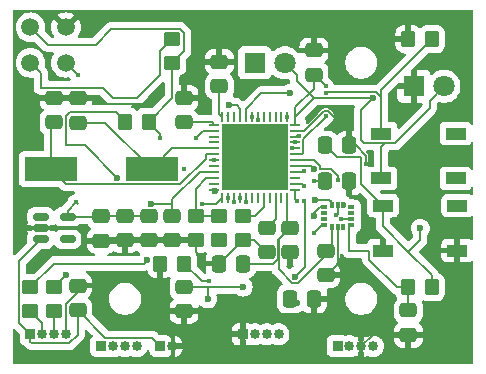
<source format=gbr>
%TF.GenerationSoftware,KiCad,Pcbnew,8.0.8*%
%TF.CreationDate,2025-07-31T23:02:19+05:30*%
%TF.ProjectId,THRUST FC,54485255-5354-4204-9643-2e6b69636164,rev?*%
%TF.SameCoordinates,Original*%
%TF.FileFunction,Copper,L1,Top*%
%TF.FilePolarity,Positive*%
%FSLAX46Y46*%
G04 Gerber Fmt 4.6, Leading zero omitted, Abs format (unit mm)*
G04 Created by KiCad (PCBNEW 8.0.8) date 2025-07-31 23:02:19*
%MOMM*%
%LPD*%
G01*
G04 APERTURE LIST*
G04 Aperture macros list*
%AMRoundRect*
0 Rectangle with rounded corners*
0 $1 Rounding radius*
0 $2 $3 $4 $5 $6 $7 $8 $9 X,Y pos of 4 corners*
0 Add a 4 corners polygon primitive as box body*
4,1,4,$2,$3,$4,$5,$6,$7,$8,$9,$2,$3,0*
0 Add four circle primitives for the rounded corners*
1,1,$1+$1,$2,$3*
1,1,$1+$1,$4,$5*
1,1,$1+$1,$6,$7*
1,1,$1+$1,$8,$9*
0 Add four rect primitives between the rounded corners*
20,1,$1+$1,$2,$3,$4,$5,0*
20,1,$1+$1,$4,$5,$6,$7,0*
20,1,$1+$1,$6,$7,$8,$9,0*
20,1,$1+$1,$8,$9,$2,$3,0*%
G04 Aperture macros list end*
%TA.AperFunction,SMDPad,CuDef*%
%ADD10RoundRect,0.250000X0.475000X-0.337500X0.475000X0.337500X-0.475000X0.337500X-0.475000X-0.337500X0*%
%TD*%
%TA.AperFunction,SMDPad,CuDef*%
%ADD11R,4.500000X2.000000*%
%TD*%
%TA.AperFunction,SMDPad,CuDef*%
%ADD12RoundRect,0.250000X0.337500X0.475000X-0.337500X0.475000X-0.337500X-0.475000X0.337500X-0.475000X0*%
%TD*%
%TA.AperFunction,SMDPad,CuDef*%
%ADD13RoundRect,0.250000X0.450000X-0.350000X0.450000X0.350000X-0.450000X0.350000X-0.450000X-0.350000X0*%
%TD*%
%TA.AperFunction,SMDPad,CuDef*%
%ADD14RoundRect,0.250000X-0.475000X0.337500X-0.475000X-0.337500X0.475000X-0.337500X0.475000X0.337500X0*%
%TD*%
%TA.AperFunction,SMDPad,CuDef*%
%ADD15RoundRect,0.250000X-0.350000X-0.450000X0.350000X-0.450000X0.350000X0.450000X-0.350000X0.450000X0*%
%TD*%
%TA.AperFunction,ComponentPad*%
%ADD16R,1.800000X1.800000*%
%TD*%
%TA.AperFunction,ComponentPad*%
%ADD17C,1.800000*%
%TD*%
%TA.AperFunction,SMDPad,CuDef*%
%ADD18C,1.500000*%
%TD*%
%TA.AperFunction,ComponentPad*%
%ADD19R,0.850000X0.850000*%
%TD*%
%TA.AperFunction,ComponentPad*%
%ADD20O,0.850000X0.850000*%
%TD*%
%TA.AperFunction,SMDPad,CuDef*%
%ADD21R,0.860000X0.270000*%
%TD*%
%TA.AperFunction,SMDPad,CuDef*%
%ADD22R,0.270000X0.860000*%
%TD*%
%TA.AperFunction,SMDPad,CuDef*%
%ADD23R,5.600000X5.600000*%
%TD*%
%TA.AperFunction,SMDPad,CuDef*%
%ADD24R,1.700000X1.000000*%
%TD*%
%TA.AperFunction,SMDPad,CuDef*%
%ADD25RoundRect,0.250000X-0.450000X0.350000X-0.450000X-0.350000X0.450000X-0.350000X0.450000X0.350000X0*%
%TD*%
%TA.AperFunction,SMDPad,CuDef*%
%ADD26RoundRect,0.087500X-0.207500X-0.087500X0.207500X-0.087500X0.207500X0.087500X-0.207500X0.087500X0*%
%TD*%
%TA.AperFunction,SMDPad,CuDef*%
%ADD27RoundRect,0.087500X-0.087500X-0.207500X0.087500X-0.207500X0.087500X0.207500X-0.087500X0.207500X0*%
%TD*%
%TA.AperFunction,SMDPad,CuDef*%
%ADD28RoundRect,0.150000X-0.512500X-0.150000X0.512500X-0.150000X0.512500X0.150000X-0.512500X0.150000X0*%
%TD*%
%TA.AperFunction,SMDPad,CuDef*%
%ADD29RoundRect,0.250000X-0.337500X-0.475000X0.337500X-0.475000X0.337500X0.475000X-0.337500X0.475000X0*%
%TD*%
%TA.AperFunction,ViaPad*%
%ADD30C,0.400000*%
%TD*%
%TA.AperFunction,ViaPad*%
%ADD31C,0.600000*%
%TD*%
%TA.AperFunction,Conductor*%
%ADD32C,0.200000*%
%TD*%
G04 APERTURE END LIST*
D10*
%TO.P,C11,1*%
%TO.N,VDD*%
X124000000Y-87037500D03*
%TO.P,C11,2*%
%TO.N,GND*%
X124000000Y-84962500D03*
%TD*%
D11*
%TO.P,Y1,1,1*%
%TO.N,Net-(U1-PH1-OSC_OUT)*%
X101750000Y-95000000D03*
%TO.P,Y1,2,2*%
%TO.N,Net-(U1-PH0-OSC_IN)*%
X110250000Y-95000000D03*
%TD*%
D12*
%TO.P,C8,1*%
%TO.N,GND*%
X124037500Y-106000000D03*
%TO.P,C8,2*%
%TO.N,+5V*%
X121962500Y-106000000D03*
%TD*%
D13*
%TO.P,R2,1*%
%TO.N,GND*%
X118000000Y-101000000D03*
%TO.P,R2,2*%
%TO.N,PB2*%
X118000000Y-99000000D03*
%TD*%
D14*
%TO.P,C11,1*%
%TO.N,VDD*%
X122000000Y-99962500D03*
%TO.P,C11,2*%
%TO.N,GND*%
X122000000Y-102037500D03*
%TD*%
D15*
%TO.P,R5,1*%
%TO.N,VDD*%
X132000000Y-105000000D03*
%TO.P,R5,2*%
%TO.N,NRST*%
X134000000Y-105000000D03*
%TD*%
D16*
%TO.P,D1,1,K*%
%TO.N,PC13*%
X119000000Y-86000000D03*
D17*
%TO.P,D1,2,A*%
%TO.N,VDD*%
X121540000Y-86000000D03*
%TD*%
D10*
%TO.P,C13,1*%
%TO.N,Net-(U1-PH0-OSC_IN)*%
X104000000Y-91075000D03*
%TO.P,C13,2*%
%TO.N,GND*%
X104000000Y-89000000D03*
%TD*%
D18*
%TO.P,REF\u002A\u002A,1*%
%TO.N,SET*%
X100000000Y-86000000D03*
%TD*%
D12*
%TO.P,C10,1*%
%TO.N,GND*%
X127000000Y-93000000D03*
%TO.P,C10,2*%
%TO.N,NRST*%
X124925000Y-93000000D03*
%TD*%
D18*
%TO.P,REF\u002A\u002A,1*%
%TO.N,VDD*%
X100000000Y-83000000D03*
%TD*%
D14*
%TO.P,C5,1*%
%TO.N,VDD*%
X108000000Y-98962500D03*
%TO.P,C5,2*%
%TO.N,GND*%
X108000000Y-101037500D03*
%TD*%
D15*
%TO.P,R1,1*%
%TO.N,GND*%
X132000000Y-84000000D03*
%TO.P,R1,2*%
%TO.N,BOOT0*%
X134000000Y-84000000D03*
%TD*%
D19*
%TO.P,J1,1,Pin_1*%
%TO.N,GND*%
X118000000Y-109000000D03*
D20*
%TO.P,J1,2,Pin_2*%
%TO.N,SWCLK*%
X119000000Y-109000000D03*
%TO.P,J1,3,Pin_3*%
%TO.N,SWDIO*%
X120000000Y-109000000D03*
%TO.P,J1,4,Pin_4*%
%TO.N,VDD*%
X121000000Y-109000000D03*
%TD*%
D21*
%TO.P,U1,1,VBAT*%
%TO.N,VDD*%
X115565000Y-91250000D03*
%TO.P,U1,2,PC13*%
%TO.N,PC13*%
X115565000Y-91750000D03*
%TO.P,U1,3,PC14-OSC32_IN*%
%TO.N,unconnected-(U1-PC14-OSC32_IN-Pad3)*%
X115565000Y-92250000D03*
%TO.P,U1,4,PC15-OSC32_OUT*%
%TO.N,unconnected-(U1-PC15-OSC32_OUT-Pad4)*%
X115565000Y-92750000D03*
%TO.P,U1,5,PH0-OSC_IN*%
%TO.N,Net-(U1-PH0-OSC_IN)*%
X115565000Y-93250000D03*
%TO.P,U1,6,PH1-OSC_OUT*%
%TO.N,Net-(U1-PH1-OSC_OUT)*%
X115565000Y-93750000D03*
%TO.P,U1,7,~{RST}*%
%TO.N,NRST*%
X115565000Y-94250000D03*
%TO.P,U1,8,VSSA/VREF-*%
%TO.N,GND*%
X115565000Y-94750000D03*
%TO.P,U1,9,VDDA/VREF+*%
%TO.N,VREF+*%
X115565000Y-95250000D03*
%TO.P,U1,10,PA0*%
%TO.N,ADC*%
X115565000Y-95750000D03*
%TO.P,U1,11,PA1*%
%TO.N,PA1*%
X115565000Y-96250000D03*
%TO.P,U1,12,PA2*%
%TO.N,PA2*%
X115565000Y-96750000D03*
D22*
%TO.P,U1,13,PA3*%
%TO.N,PA3*%
X116250000Y-97435000D03*
%TO.P,U1,14,PA4*%
%TO.N,PA4*%
X116750000Y-97435000D03*
%TO.P,U1,15,PA5*%
%TO.N,PA5*%
X117250000Y-97435000D03*
%TO.P,U1,16,PA6*%
%TO.N,PA6*%
X117750000Y-97435000D03*
%TO.P,U1,17,PA7*%
%TO.N,PA7*%
X118250000Y-97435000D03*
%TO.P,U1,18,PB0*%
%TO.N,unconnected-(U1-PB0-Pad18)*%
X118750000Y-97435000D03*
%TO.P,U1,19,PB1*%
%TO.N,unconnected-(U1-PB1-Pad19)*%
X119250000Y-97435000D03*
%TO.P,U1,20,PB2*%
%TO.N,PB2*%
X119750000Y-97435000D03*
%TO.P,U1,21,PB10*%
%TO.N,unconnected-(U1-PB10-Pad21)*%
X120250000Y-97435000D03*
%TO.P,U1,22,VCAP_1*%
%TO.N,VCAP1*%
X120750000Y-97435000D03*
%TO.P,U1,23,VSS*%
%TO.N,GND*%
X121250000Y-97435000D03*
%TO.P,U1,24,VDD*%
%TO.N,VDD*%
X121750000Y-97435000D03*
D21*
%TO.P,U1,25,PB12*%
%TO.N,unconnected-(U1-PB12-Pad25)*%
X122435000Y-96750000D03*
%TO.P,U1,26,PB13*%
%TO.N,PB13*%
X122435000Y-96250000D03*
%TO.P,U1,27,PB14*%
%TO.N,PB14*%
X122435000Y-95750000D03*
%TO.P,U1,28,PB15*%
%TO.N,PB15*%
X122435000Y-95250000D03*
%TO.P,U1,29,PA8*%
%TO.N,M1*%
X122435000Y-94750000D03*
%TO.P,U1,30,PA9*%
%TO.N,M2*%
X122435000Y-94250000D03*
%TO.P,U1,31,PA10*%
%TO.N,M3*%
X122435000Y-93750000D03*
%TO.P,U1,32,PA11*%
%TO.N,PA11*%
X122435000Y-93250000D03*
%TO.P,U1,33,PA12*%
%TO.N,PA12*%
X122435000Y-92750000D03*
%TO.P,U1,34,PA13/JTMS-SWDIO*%
%TO.N,SWDIO*%
X122435000Y-92250000D03*
%TO.P,U1,35,VSS*%
%TO.N,GND*%
X122435000Y-91750000D03*
%TO.P,U1,36,VDD*%
%TO.N,VDD*%
X122435000Y-91250000D03*
D22*
%TO.P,U1,37,PA14/JTCK-SWCLK*%
%TO.N,SWCLK*%
X121750000Y-90565000D03*
%TO.P,U1,38,PA15/JTDI*%
%TO.N,unconnected-(U1-PA15{slash}JTDI-Pad38)*%
X121250000Y-90565000D03*
%TO.P,U1,39,PB3/JTDO-SWO*%
%TO.N,unconnected-(U1-PB3{slash}JTDO-SWO-Pad39)*%
X120750000Y-90565000D03*
%TO.P,U1,40,PB4/~{JTRST}*%
%TO.N,unconnected-(U1-PB4{slash}~{JTRST}-Pad40)*%
X120250000Y-90565000D03*
%TO.P,U1,41,PB5*%
%TO.N,unconnected-(U1-PB5-Pad41)*%
X119750000Y-90565000D03*
%TO.P,U1,42,PB6*%
%TO.N,SCL*%
X119250000Y-90565000D03*
%TO.P,U1,43,PB7*%
%TO.N,SDA*%
X118750000Y-90565000D03*
%TO.P,U1,44,BOOT0*%
%TO.N,BOOT0*%
X118250000Y-90565000D03*
%TO.P,U1,45,PB8*%
%TO.N,M4*%
X117750000Y-90565000D03*
%TO.P,U1,46,PB9*%
%TO.N,unconnected-(U1-PB9-Pad46)*%
X117250000Y-90565000D03*
%TO.P,U1,47,VSS*%
%TO.N,GND*%
X116750000Y-90565000D03*
%TO.P,U1,48,VDD*%
%TO.N,VDD*%
X116250000Y-90565000D03*
D23*
%TO.P,U1,49,EXP*%
%TO.N,unconnected-(U1-EXP-Pad49)*%
X119000000Y-94000000D03*
%TD*%
D24*
%TO.P,SW1,1,1*%
%TO.N,BOOT0*%
X129700000Y-92000000D03*
X136000000Y-92000000D03*
%TO.P,SW1,2,2*%
%TO.N,VDD*%
X129700000Y-95800000D03*
X136000000Y-95800000D03*
%TD*%
D25*
%TO.P,R10,1*%
%TO.N,ADC*%
X114000000Y-99000000D03*
%TO.P,R10,2*%
%TO.N,GND*%
X114000000Y-101000000D03*
%TD*%
D18*
%TO.P,REF\u002A\u002A,1*%
%TO.N,PA3*%
X103000000Y-86000000D03*
%TD*%
D19*
%TO.P,J4,1,Pin_1*%
%TO.N,M4*%
X106000000Y-110000000D03*
D20*
%TO.P,J4,2,Pin_2*%
%TO.N,M3*%
X107000000Y-110000000D03*
%TO.P,J4,3,Pin_3*%
%TO.N,M2*%
X108000000Y-110000000D03*
%TO.P,J4,4,Pin_4*%
%TO.N,M1*%
X109000000Y-110000000D03*
%TD*%
D26*
%TO.P,U3,1,AP_SDO/AP_AD0*%
%TO.N,PA6*%
X124835000Y-98250000D03*
%TO.P,U3,2,RESV_2*%
%TO.N,unconnected-(U3-RESV_2-Pad2)*%
X124834999Y-98750000D03*
%TO.P,U3,3,RESV_3*%
%TO.N,unconnected-(U3-RESV_3-Pad3)*%
X124835000Y-99249999D03*
%TO.P,U3,4,INT1/INT*%
%TO.N,unconnected-(U1-PB12-Pad25)*%
X124835000Y-99750000D03*
D27*
%TO.P,U3,5,VDDIO*%
%TO.N,VDD*%
X125500000Y-99915000D03*
%TO.P,U3,6,GND*%
%TO.N,GND*%
X126000000Y-99915000D03*
%TO.P,U3,7,RESV_7*%
%TO.N,unconnected-(U3-RESV_7-Pad7)*%
X126500000Y-99915000D03*
D26*
%TO.P,U3,8,VDD*%
%TO.N,VDD*%
X127165000Y-99750000D03*
%TO.P,U3,9,INT2/FSYNC/CLKIN*%
%TO.N,Net-(U3-INT2{slash}FSYNC{slash}CLKIN)*%
X127165001Y-99250000D03*
%TO.P,U3,10,RESV_10*%
%TO.N,unconnected-(U3-RESV_10-Pad10)*%
X127165000Y-98750001D03*
%TO.P,U3,11,RESV_11*%
%TO.N,unconnected-(U3-RESV_11-Pad11)*%
X127165000Y-98250000D03*
D27*
%TO.P,U3,12,AP_CS*%
%TO.N,PA4*%
X126500000Y-98085000D03*
%TO.P,U3,13,AP_SCL/AP_SCLK*%
%TO.N,PA5*%
X126000000Y-98085000D03*
%TO.P,U3,14,AP_SDA/AP_SDIO/AP_SDI*%
%TO.N,PA7*%
X125500000Y-98085000D03*
%TD*%
D24*
%TO.P,SW2,1,1*%
%TO.N,NRST*%
X129850000Y-98100000D03*
X136150000Y-98100000D03*
%TO.P,SW2,2,2*%
%TO.N,GND*%
X129850000Y-101900000D03*
X136150000Y-101900000D03*
%TD*%
D14*
%TO.P,C1,1*%
%TO.N,VDD*%
X113000000Y-104962500D03*
%TO.P,C1,2*%
%TO.N,GND*%
X113000000Y-107037500D03*
%TD*%
D19*
%TO.P,J6,1,Pin_1*%
%TO.N,SCL*%
X126000000Y-110000000D03*
D20*
%TO.P,J6,2,Pin_2*%
%TO.N,VDD*%
X127000000Y-110000000D03*
%TO.P,J6,3,Pin_3*%
%TO.N,GND*%
X128000000Y-110000000D03*
%TO.P,J6,4,Pin_4*%
%TO.N,SDA*%
X129000000Y-110000000D03*
%TD*%
D13*
%TO.P,R9,1*%
%TO.N,+5V*%
X116000000Y-101000000D03*
%TO.P,R9,2*%
%TO.N,ADC*%
X116000000Y-99000000D03*
%TD*%
%TO.P,R4,1*%
%TO.N,D-*%
X100000000Y-107000000D03*
%TO.P,R4,2*%
%TO.N,PA11*%
X100000000Y-105000000D03*
%TD*%
D14*
%TO.P,C17,1*%
%TO.N,VDD*%
X132000000Y-106962500D03*
%TO.P,C17,2*%
%TO.N,GND*%
X132000000Y-109037500D03*
%TD*%
D15*
%TO.P,L1,1,1*%
%TO.N,VREF+*%
X108000000Y-91000000D03*
%TO.P,L1,2,2*%
%TO.N,VDD*%
X110000000Y-91000000D03*
%TD*%
D14*
%TO.P,C12,1*%
%TO.N,VCAP1*%
X120000000Y-99962500D03*
%TO.P,C12,2*%
%TO.N,GND*%
X120000000Y-102037500D03*
%TD*%
D13*
%TO.P,R5,1*%
%TO.N,VDD*%
X112000000Y-86000000D03*
%TO.P,R5,2*%
%TO.N,SET*%
X112000000Y-84000000D03*
%TD*%
D15*
%TO.P,R6,1*%
%TO.N,GND*%
X111000000Y-103000000D03*
%TO.P,R6,2*%
%TO.N,Net-(U3-INT2{slash}FSYNC{slash}CLKIN)*%
X113000000Y-103000000D03*
%TD*%
D14*
%TO.P,C6,1*%
%TO.N,VDD*%
X110000000Y-98962500D03*
%TO.P,C6,2*%
%TO.N,GND*%
X110000000Y-101037500D03*
%TD*%
D10*
%TO.P,C11,1*%
%TO.N,VDD*%
X116000000Y-88000000D03*
%TO.P,C11,2*%
%TO.N,GND*%
X116000000Y-85925000D03*
%TD*%
D19*
%TO.P,J3,1,Pin_1*%
%TO.N,+5V*%
X111000000Y-110000000D03*
D20*
%TO.P,J3,2,Pin_2*%
%TO.N,GND*%
X112000000Y-110000000D03*
%TD*%
D10*
%TO.P,C11,1*%
%TO.N,VDD*%
X113000000Y-91037500D03*
%TO.P,C11,2*%
%TO.N,GND*%
X113000000Y-88962500D03*
%TD*%
D18*
%TO.P,REF\u002A\u002A,1*%
%TO.N,GND*%
X103000000Y-83000000D03*
%TD*%
D28*
%TO.P,U2,1,VIN*%
%TO.N,+5V*%
X100862500Y-99050000D03*
%TO.P,U2,2,GND*%
%TO.N,GND*%
X100862500Y-100000000D03*
%TO.P,U2,3,EN*%
%TO.N,+5V*%
X100862500Y-100950000D03*
%TO.P,U2,4,NC*%
%TO.N,unconnected-(U2-NC-Pad4)*%
X103137500Y-100950000D03*
%TO.P,U2,5,VOUT*%
%TO.N,VDD*%
X103137500Y-99050000D03*
%TD*%
D13*
%TO.P,R3,1*%
%TO.N,D+*%
X102000000Y-107000000D03*
%TO.P,R3,2*%
%TO.N,PA12*%
X102000000Y-105000000D03*
%TD*%
D10*
%TO.P,C14,1*%
%TO.N,Net-(U1-PH1-OSC_OUT)*%
X102000000Y-91037500D03*
%TO.P,C14,2*%
%TO.N,GND*%
X102000000Y-88962500D03*
%TD*%
D14*
%TO.P,C4,1*%
%TO.N,VDD*%
X106000000Y-99000000D03*
%TO.P,C4,2*%
%TO.N,GND*%
X106000000Y-101075000D03*
%TD*%
D29*
%TO.P,C9,1*%
%TO.N,GND*%
X115925000Y-103000000D03*
%TO.P,C9,2*%
%TO.N,VDD*%
X118000000Y-103000000D03*
%TD*%
D16*
%TO.P,D2,1,K*%
%TO.N,GND*%
X132460000Y-88000000D03*
D17*
%TO.P,D2,2,A*%
%TO.N,VDD*%
X135000000Y-88000000D03*
%TD*%
D14*
%TO.P,C16,1*%
%TO.N,VDD*%
X125000000Y-101925000D03*
%TO.P,C16,2*%
%TO.N,GND*%
X125000000Y-104000000D03*
%TD*%
D29*
%TO.P,C15,1*%
%TO.N,ADC*%
X124925000Y-96000000D03*
%TO.P,C15,2*%
%TO.N,GND*%
X127000000Y-96000000D03*
%TD*%
D14*
%TO.P,C7,1*%
%TO.N,VREF+*%
X112000000Y-98962500D03*
%TO.P,C7,2*%
%TO.N,GND*%
X112000000Y-101037500D03*
%TD*%
D10*
%TO.P,C2,1*%
%TO.N,+5V*%
X104000000Y-106937500D03*
%TO.P,C2,2*%
%TO.N,GND*%
X104000000Y-104862500D03*
%TD*%
D19*
%TO.P,J2,1,Pin_1*%
%TO.N,+5V*%
X100000000Y-109000000D03*
D20*
%TO.P,J2,2,Pin_2*%
%TO.N,D-*%
X101000000Y-109000000D03*
%TO.P,J2,3,Pin_3*%
%TO.N,D+*%
X102000000Y-109000000D03*
%TO.P,J2,4,Pin_4*%
%TO.N,GND*%
X103000000Y-109000000D03*
%TD*%
D30*
%TO.N,VDD*%
X125000000Y-88000000D03*
X103831801Y-97831801D03*
X111000000Y-92350001D03*
%TO.N,ADC*%
X116000000Y-99000000D03*
%TO.N,GND*%
X128450000Y-94616115D03*
X126888909Y-96111092D03*
%TO.N,M3*%
X125000000Y-90550001D03*
D31*
%TO.N,GND*%
X110200000Y-101037500D03*
%TO.N,+5V*%
X122600000Y-106307108D03*
X116000000Y-101000000D03*
%TO.N,VREF+*%
X107327817Y-95750001D03*
X110168870Y-97925000D03*
%TO.N,NRST*%
X133000000Y-100000000D03*
D30*
X115565000Y-94250000D03*
D31*
%TO.N,VDD*%
X129000002Y-89000000D03*
X118000000Y-103000000D03*
X118000000Y-105000000D03*
X115000000Y-106000000D03*
D30*
%TO.N,ADC*%
X124000000Y-96000000D03*
%TO.N,PC13*%
X114000000Y-92350001D03*
D31*
%TO.N,M4*%
X116850000Y-89616473D03*
D30*
%TO.N,SCL*%
X119235002Y-90849998D03*
D31*
%TO.N,BOOT0*%
X122000000Y-88600000D03*
D30*
X125000000Y-88550000D03*
D31*
%TO.N,PA12*%
X102991206Y-103991206D03*
D30*
X123148669Y-97700221D03*
X122435000Y-92750000D03*
D31*
X122409744Y-104112500D03*
%TO.N,PA11*%
X109900000Y-102725425D03*
D30*
X122150000Y-93235002D03*
%TO.N,Net-(U3-INT2{slash}FSYNC{slash}CLKIN)*%
X115144975Y-104512500D03*
X126328237Y-99250000D03*
D31*
%TO.N,PA2*%
X115600000Y-96885002D03*
D30*
%TO.N,PB13*%
X123173666Y-96450000D03*
%TO.N,PB15*%
X123131436Y-95200000D03*
%TO.N,SWCLK*%
X121750000Y-90565000D03*
%TO.N,SWDIO*%
X122715000Y-92235002D03*
%TO.N,M2*%
X126062500Y-95950003D03*
D31*
%TO.N,M1*%
X124000000Y-95000000D03*
D30*
%TO.N,SDA*%
X118752513Y-90567513D03*
%TO.N,PA5*%
X125890692Y-98916746D03*
X117235002Y-97800221D03*
%TO.N,PA6*%
X117750000Y-97435000D03*
D31*
X124000000Y-99000000D03*
D30*
%TO.N,PA4*%
X126525000Y-98085000D03*
X116750000Y-97435000D03*
D31*
%TO.N,PA7*%
X124079312Y-97650221D03*
D30*
X118235002Y-97800221D03*
%TO.N,PA3*%
X113000000Y-95000000D03*
X114550000Y-98000000D03*
X104000000Y-87000000D03*
%TO.N,unconnected-(U1-PB12-Pad25)*%
X122552142Y-97685002D03*
X124000000Y-100450000D03*
%TO.N,VDD*%
X116000000Y-88000000D03*
%TD*%
D32*
%TO.N,GND*%
X106000000Y-89500000D02*
X109500000Y-89500000D01*
%TO.N,SET*%
X109000000Y-89000000D02*
X109500000Y-88500000D01*
X109500000Y-88500000D02*
X111000000Y-87000000D01*
%TO.N,VDD*%
X124000000Y-87037500D02*
X124000000Y-88186397D01*
X124000000Y-88186397D02*
X122435000Y-89751397D01*
X122435000Y-89751397D02*
X122435000Y-91250000D01*
X103137500Y-99050000D02*
X103137500Y-98526102D01*
X103137500Y-98526102D02*
X103831801Y-97831801D01*
X124037500Y-87037500D02*
X125000000Y-88000000D01*
X124000000Y-87037500D02*
X124037500Y-87037500D01*
X122540000Y-87540000D02*
X122540000Y-87000000D01*
X122540000Y-87000000D02*
X121540000Y-86000000D01*
X112000000Y-86000000D02*
X112000000Y-89000000D01*
X112000000Y-89000000D02*
X110000000Y-91000000D01*
X103137500Y-99050000D02*
X104000000Y-99050000D01*
X104000000Y-98000000D02*
X103831801Y-97831801D01*
X104000000Y-99050000D02*
X105950000Y-99050000D01*
X111000000Y-92350001D02*
X111000000Y-92000000D01*
X111000000Y-92000000D02*
X110000000Y-91000000D01*
%TO.N,BOOT0*%
X129700000Y-92000000D02*
X129700000Y-88300000D01*
%TO.N,VDD*%
X122435000Y-90565000D02*
X122435000Y-91250000D01*
X129700000Y-95800000D02*
X129700000Y-93100000D01*
X129700000Y-93100000D02*
X130000000Y-92800000D01*
X122000000Y-99962500D02*
X121025000Y-100937500D01*
X122181926Y-104662500D02*
X122637562Y-104662500D01*
X121025000Y-100937500D02*
X121025000Y-103505574D01*
X122637562Y-104662500D02*
X125000000Y-102300062D01*
X125000000Y-102300062D02*
X125000000Y-101925000D01*
X121025000Y-103505574D02*
X122181926Y-104662500D01*
X127000000Y-101962500D02*
X127000000Y-99915000D01*
%TO.N,GND*%
X103000000Y-109000000D02*
X103000000Y-106410966D01*
X103000000Y-106410966D02*
X104000000Y-105410966D01*
X104000000Y-105410966D02*
X104000000Y-104862500D01*
X120000000Y-102037500D02*
X118962500Y-101000000D01*
X118962500Y-101000000D02*
X118000000Y-101000000D01*
X126000000Y-99915000D02*
X126000000Y-103000000D01*
X126000000Y-103000000D02*
X125000000Y-104000000D01*
X127587500Y-93000000D02*
X128450000Y-93862500D01*
X128450000Y-93862500D02*
X128450000Y-94616115D01*
X127000000Y-93000000D02*
X127587500Y-93000000D01*
%TO.N,NRST*%
X124925000Y-93000000D02*
X125925000Y-94000000D01*
X125925000Y-94000000D02*
X128000000Y-94000000D01*
X128000000Y-96250000D02*
X129850000Y-98100000D01*
X128000000Y-94000000D02*
X128000000Y-96250000D01*
%TO.N,GND*%
X118000000Y-101000000D02*
X116000000Y-103000000D01*
X116000000Y-103000000D02*
X115925000Y-103000000D01*
X122435000Y-91750000D02*
X123163604Y-91750000D01*
X123163604Y-91750000D02*
X124813603Y-90100001D01*
X124813603Y-90100001D02*
X125186397Y-90100001D01*
X125186397Y-90100001D02*
X127000000Y-91913604D01*
X127000000Y-91913604D02*
X127000000Y-93000000D01*
%TO.N,M3*%
X125000000Y-90550001D02*
X125000000Y-90586399D01*
X125000000Y-90586399D02*
X123115000Y-92471399D01*
X123115000Y-92471399D02*
X123115000Y-93635000D01*
X123115000Y-93635000D02*
X123000000Y-93750000D01*
X123000000Y-93750000D02*
X122435000Y-93750000D01*
%TO.N,GND*%
X116750000Y-90565000D02*
X116750000Y-90750000D01*
%TO.N,VDD*%
X122000000Y-99962500D02*
X120975000Y-100987500D01*
X120975000Y-102589034D02*
X120564034Y-103000000D01*
X120975000Y-100987500D02*
X120975000Y-102589034D01*
X120564034Y-103000000D02*
X118000000Y-103000000D01*
%TO.N,GND*%
X114000000Y-101000000D02*
X114000000Y-102000000D01*
X114000000Y-102000000D02*
X115000000Y-103000000D01*
X115000000Y-103000000D02*
X115925000Y-103000000D01*
X116750000Y-90565000D02*
X116635000Y-90450000D01*
X123962500Y-106000000D02*
X123962500Y-106362500D01*
X106000000Y-101075000D02*
X111962500Y-101075000D01*
X123962500Y-106362500D02*
X124000000Y-106400000D01*
X128962500Y-109037500D02*
X132000000Y-109037500D01*
X111962500Y-101075000D02*
X112000000Y-101037500D01*
X128000000Y-110000000D02*
X128962500Y-109037500D01*
%TO.N,+5V*%
X103300305Y-109725000D02*
X100100000Y-109725000D01*
X104000000Y-106937500D02*
X104000000Y-109025305D01*
X99050000Y-102762500D02*
X99050000Y-108050000D01*
X104000000Y-109025305D02*
X103300305Y-109725000D01*
X100100000Y-109725000D02*
X100000000Y-109625000D01*
X100862500Y-100950000D02*
X99050000Y-102762500D01*
X110275000Y-109275000D02*
X111000000Y-110000000D01*
X99050000Y-108050000D02*
X100000000Y-109000000D01*
X122600000Y-106307108D02*
X122269608Y-106307108D01*
X104000000Y-106937500D02*
X106337500Y-109275000D01*
X122269608Y-106307108D02*
X121962500Y-106000000D01*
X106337500Y-109275000D02*
X110275000Y-109275000D01*
X100000000Y-109625000D02*
X100000000Y-109000000D01*
%TO.N,VREF+*%
X104577816Y-93000000D02*
X107327817Y-95750001D01*
X112000000Y-98962500D02*
X112000000Y-98000000D01*
X112000000Y-98000000D02*
X110243870Y-98000000D01*
X112000000Y-97575000D02*
X114325000Y-95250000D01*
X112000000Y-98000000D02*
X112000000Y-97575000D01*
X107200000Y-90200000D02*
X103348466Y-90200000D01*
X103000000Y-93000000D02*
X104577816Y-93000000D01*
X103348466Y-90200000D02*
X103000000Y-90548466D01*
X114325000Y-95250000D02*
X115565000Y-95250000D01*
X110243870Y-98000000D02*
X110168870Y-97925000D01*
X108000000Y-91000000D02*
X107200000Y-90200000D01*
X103000000Y-90548466D02*
X103000000Y-93000000D01*
%TO.N,NRST*%
X132000000Y-102000000D02*
X129850000Y-99850000D01*
X132000000Y-102000000D02*
X133000000Y-101000000D01*
X134000000Y-104000000D02*
X132000000Y-102000000D01*
X134000000Y-105000000D02*
X134000000Y-104000000D01*
X129850000Y-99850000D02*
X129850000Y-98100000D01*
X133000000Y-101000000D02*
X133000000Y-100000000D01*
%TO.N,VDD*%
X129000002Y-89000000D02*
X128000000Y-90000002D01*
X115000000Y-106000000D02*
X115000000Y-104962500D01*
X130000000Y-92800000D02*
X130850000Y-92800000D01*
X128700000Y-102700000D02*
X128700000Y-102000000D01*
X105514034Y-84485966D02*
X106850000Y-83150000D01*
X133800000Y-89850000D02*
X133800000Y-89200000D01*
X128662500Y-101962500D02*
X127000000Y-101962500D01*
X125000000Y-101962500D02*
X125500000Y-101462500D01*
X130850000Y-92800000D02*
X133800000Y-89850000D01*
X113000000Y-104962500D02*
X115000000Y-104962500D01*
X132000000Y-105000000D02*
X131000000Y-105000000D01*
X131000000Y-105000000D02*
X128700000Y-102700000D01*
X121750000Y-99712500D02*
X122000000Y-99962500D01*
X107962500Y-99000000D02*
X108000000Y-98962500D01*
X100000000Y-83000000D02*
X101485966Y-84485966D01*
X133800000Y-89200000D02*
X135000000Y-88000000D01*
X122435000Y-90565000D02*
X124000000Y-89000000D01*
X128000000Y-90000002D02*
X128000000Y-92565685D01*
X128234315Y-92800000D02*
X130000000Y-92800000D01*
X112664034Y-83150000D02*
X113000000Y-83485966D01*
X121750000Y-97435000D02*
X121750000Y-99712500D01*
X122540000Y-87540000D02*
X124000000Y-89000000D01*
X101485966Y-84485966D02*
X105514034Y-84485966D01*
X109962500Y-99000000D02*
X110000000Y-98962500D01*
X106850000Y-83150000D02*
X112664034Y-83150000D01*
X128700000Y-102000000D02*
X128662500Y-101962500D01*
X106000000Y-99000000D02*
X109000000Y-99000000D01*
X109000000Y-99000000D02*
X109962500Y-99000000D01*
X125500000Y-99915000D02*
X125500000Y-101462500D01*
X105950000Y-99050000D02*
X106000000Y-99000000D01*
X116000000Y-88000000D02*
X116000000Y-90315000D01*
X132000000Y-106962500D02*
X132000000Y-105000000D01*
X117962500Y-104962500D02*
X115000000Y-104962500D01*
X128000000Y-92565685D02*
X128234315Y-92800000D01*
X124000000Y-89000000D02*
X129000002Y-89000000D01*
X113000000Y-83485966D02*
X113000000Y-85000000D01*
X113000000Y-85000000D02*
X112000000Y-86000000D01*
X115352500Y-91037500D02*
X115565000Y-91250000D01*
X118000000Y-105000000D02*
X117962500Y-104962500D01*
X127000000Y-99915000D02*
X127165000Y-99750000D01*
X106000000Y-99000000D02*
X107962500Y-99000000D01*
X116250000Y-90565000D02*
X116000000Y-90315000D01*
X113000000Y-91037500D02*
X115352500Y-91037500D01*
%TO.N,VCAP1*%
X120750000Y-97435000D02*
X120750000Y-99212500D01*
X120750000Y-99212500D02*
X120000000Y-99962500D01*
%TO.N,Net-(U1-PH0-OSC_IN)*%
X112000000Y-93250000D02*
X115565000Y-93250000D01*
X106325000Y-91075000D02*
X110250000Y-95000000D01*
X110250000Y-95000000D02*
X112000000Y-93250000D01*
X104000000Y-91075000D02*
X106325000Y-91075000D01*
%TO.N,Net-(U1-PH1-OSC_OUT)*%
X103050000Y-96300000D02*
X112700000Y-96300000D01*
X114900000Y-93750000D02*
X115565000Y-93750000D01*
X112700000Y-96300000D02*
X114835000Y-94165000D01*
X101750000Y-95000000D02*
X103050000Y-96300000D01*
X114835000Y-93815000D02*
X114900000Y-93750000D01*
X101750000Y-95000000D02*
X101750000Y-91287500D01*
X101750000Y-91287500D02*
X102000000Y-91037500D01*
X114835000Y-94165000D02*
X114835000Y-93815000D01*
%TO.N,ADC*%
X124925000Y-96000000D02*
X124000000Y-96000000D01*
X114000000Y-96650000D02*
X114900000Y-95750000D01*
X114000000Y-96650000D02*
X114000000Y-99000000D01*
X114900000Y-95750000D02*
X115565000Y-95750000D01*
X116000000Y-99000000D02*
X114000000Y-99000000D01*
%TO.N,PC13*%
X114000000Y-92350001D02*
X114600001Y-91750000D01*
X114600001Y-91750000D02*
X115565000Y-91750000D01*
%TO.N,M4*%
X117750000Y-89900000D02*
X117750000Y-90565000D01*
X116850000Y-89616473D02*
X117466473Y-89616473D01*
X117466473Y-89616473D02*
X117750000Y-89900000D01*
%TO.N,BOOT0*%
X129700000Y-88300000D02*
X129700000Y-89077820D01*
X129700000Y-89077820D02*
X129700000Y-88922180D01*
X129227820Y-88450000D02*
X125100000Y-88450000D01*
X129700000Y-88922180D02*
X129227820Y-88450000D01*
X134000000Y-84000000D02*
X129700000Y-88300000D01*
X119550000Y-88600000D02*
X122000000Y-88600000D01*
X118250000Y-90565000D02*
X118250000Y-89900000D01*
X125100000Y-88450000D02*
X125000000Y-88550000D01*
X118250000Y-89900000D02*
X119550000Y-88600000D01*
%TO.N,PB2*%
X118000000Y-99000000D02*
X119000000Y-99000000D01*
X119000000Y-99000000D02*
X119750000Y-98250000D01*
X119750000Y-98250000D02*
X119750000Y-97435000D01*
%TO.N,D+*%
X102000000Y-109000000D02*
X102000000Y-107000000D01*
%TO.N,PA12*%
X102000000Y-104982412D02*
X102991206Y-103991206D01*
X102000000Y-105000000D02*
X102000000Y-104982412D01*
X123148669Y-97700221D02*
X123245623Y-97797175D01*
X123245623Y-97797175D02*
X123245623Y-103276621D01*
X123245623Y-103276621D02*
X122409744Y-104112500D01*
%TO.N,PA11*%
X122435000Y-93250000D02*
X122164998Y-93250000D01*
X109625425Y-103000000D02*
X102000000Y-103000000D01*
X102000000Y-103000000D02*
X100000000Y-105000000D01*
X122164998Y-93250000D02*
X122150000Y-93235002D01*
X109900000Y-102725425D02*
X109625425Y-103000000D01*
%TO.N,D-*%
X101000000Y-108000000D02*
X101000000Y-109000000D01*
X100000000Y-107000000D02*
X101000000Y-108000000D01*
%TO.N,Net-(U3-INT2{slash}FSYNC{slash}CLKIN)*%
X113000000Y-103000000D02*
X114512500Y-104512500D01*
X114512500Y-104512500D02*
X115144975Y-104512500D01*
X126328237Y-99250000D02*
X127165001Y-99250000D01*
%TO.N,PA2*%
X115600000Y-96885002D02*
X115600000Y-96785000D01*
X115600000Y-96785000D02*
X115565000Y-96750000D01*
%TO.N,PB13*%
X123173666Y-96450000D02*
X122973666Y-96250000D01*
X122973666Y-96250000D02*
X122435000Y-96250000D01*
%TO.N,PB15*%
X122435000Y-95250000D02*
X123081436Y-95250000D01*
X123081436Y-95250000D02*
X123131436Y-95200000D01*
%TO.N,SWDIO*%
X122449998Y-92235002D02*
X122435000Y-92250000D01*
X122715000Y-92235002D02*
X122449998Y-92235002D01*
%TO.N,M2*%
X124550000Y-95000000D02*
X124550000Y-94772182D01*
X124550000Y-94772182D02*
X124027818Y-94250000D01*
X125451534Y-95000000D02*
X124550000Y-95000000D01*
X126062500Y-95610966D02*
X125451534Y-95000000D01*
X124027818Y-94250000D02*
X122435000Y-94250000D01*
X126062500Y-95950003D02*
X126062500Y-95610966D01*
%TO.N,M1*%
X123750000Y-94750000D02*
X122435000Y-94750000D01*
X124000000Y-95000000D02*
X123750000Y-94750000D01*
%TO.N,PA5*%
X117250000Y-97435000D02*
X117250000Y-97785223D01*
X125890692Y-98916746D02*
X126000000Y-98807438D01*
X126000000Y-98807438D02*
X126000000Y-98085000D01*
X117250000Y-97785223D02*
X117235002Y-97800221D01*
%TO.N,PA6*%
X124000000Y-99000000D02*
X124000000Y-98739567D01*
X124489567Y-98250000D02*
X124835000Y-98250000D01*
X124000000Y-98739567D02*
X124489567Y-98250000D01*
%TO.N,PA7*%
X124094466Y-97635067D02*
X124079312Y-97650221D01*
X118235002Y-97449998D02*
X118250000Y-97435000D01*
X125304603Y-97635067D02*
X124094466Y-97635067D01*
X125500000Y-97830464D02*
X125304603Y-97635067D01*
X125500000Y-98085000D02*
X125500000Y-97830464D01*
X118235002Y-97800221D02*
X118235002Y-97449998D01*
%TO.N,PA3*%
X115685000Y-98000000D02*
X116250000Y-97435000D01*
X103000000Y-86000000D02*
X104000000Y-87000000D01*
X114550000Y-98000000D02*
X115685000Y-98000000D01*
%TO.N,unconnected-(U1-PB12-Pad25)*%
X122435000Y-97567860D02*
X122435000Y-96750000D01*
X122552142Y-97685002D02*
X122435000Y-97567860D01*
X124700000Y-99750000D02*
X124000000Y-100450000D01*
X124835000Y-99750000D02*
X124700000Y-99750000D01*
X124835000Y-99750000D02*
X124781878Y-99750000D01*
%TO.N,SET*%
X100875000Y-88125000D02*
X106125000Y-88125000D01*
X107000000Y-89000000D02*
X109000000Y-89000000D01*
X111000000Y-85000000D02*
X112000000Y-84000000D01*
X100000000Y-86000000D02*
X100875000Y-86875000D01*
X106125000Y-88125000D02*
X107000000Y-89000000D01*
X111000000Y-87000000D02*
X111000000Y-85000000D01*
X100875000Y-86875000D02*
X100875000Y-88125000D01*
%TD*%
%TA.AperFunction,Conductor*%
%TO.N,GND*%
G36*
X100001050Y-81515074D02*
G01*
X100024154Y-81502931D01*
X100048586Y-81500500D01*
X102957153Y-81500500D01*
X102999424Y-81512912D01*
X103018415Y-81502931D01*
X103042847Y-81500500D01*
X137375500Y-81500500D01*
X137442539Y-81520185D01*
X137488294Y-81572989D01*
X137499500Y-81624500D01*
X137499500Y-91159897D01*
X137479815Y-91226936D01*
X137427011Y-91272691D01*
X137357853Y-91282635D01*
X137294297Y-91253610D01*
X137276234Y-91234208D01*
X137207547Y-91142455D01*
X137207544Y-91142452D01*
X137092335Y-91056206D01*
X137092328Y-91056202D01*
X136957482Y-91005908D01*
X136957483Y-91005908D01*
X136897883Y-90999501D01*
X136897881Y-90999500D01*
X136897873Y-90999500D01*
X136897864Y-90999500D01*
X135102129Y-90999500D01*
X135102123Y-90999501D01*
X135042516Y-91005908D01*
X134907671Y-91056202D01*
X134907664Y-91056206D01*
X134792455Y-91142452D01*
X134792452Y-91142455D01*
X134706206Y-91257664D01*
X134706202Y-91257671D01*
X134655908Y-91392517D01*
X134649501Y-91452116D01*
X134649501Y-91452123D01*
X134649500Y-91452135D01*
X134649500Y-92547870D01*
X134649501Y-92547876D01*
X134655908Y-92607483D01*
X134706202Y-92742328D01*
X134706206Y-92742335D01*
X134792452Y-92857544D01*
X134792455Y-92857547D01*
X134907664Y-92943793D01*
X134907671Y-92943797D01*
X135042517Y-92994091D01*
X135042516Y-92994091D01*
X135049444Y-92994835D01*
X135102127Y-93000500D01*
X136897872Y-93000499D01*
X136957483Y-92994091D01*
X137092331Y-92943796D01*
X137207546Y-92857546D01*
X137276234Y-92765789D01*
X137332167Y-92723920D01*
X137401859Y-92718936D01*
X137463182Y-92752421D01*
X137496666Y-92813745D01*
X137499500Y-92840102D01*
X137499500Y-94959897D01*
X137479815Y-95026936D01*
X137427011Y-95072691D01*
X137357853Y-95082635D01*
X137294297Y-95053610D01*
X137276234Y-95034208D01*
X137207547Y-94942455D01*
X137207544Y-94942452D01*
X137092335Y-94856206D01*
X137092328Y-94856202D01*
X136957482Y-94805908D01*
X136957483Y-94805908D01*
X136897883Y-94799501D01*
X136897881Y-94799500D01*
X136897873Y-94799500D01*
X136897864Y-94799500D01*
X135102129Y-94799500D01*
X135102123Y-94799501D01*
X135042516Y-94805908D01*
X134907671Y-94856202D01*
X134907664Y-94856206D01*
X134792455Y-94942452D01*
X134792452Y-94942455D01*
X134706206Y-95057664D01*
X134706202Y-95057671D01*
X134655908Y-95192517D01*
X134650562Y-95242250D01*
X134649501Y-95252123D01*
X134649500Y-95252135D01*
X134649500Y-96347870D01*
X134649501Y-96347876D01*
X134655908Y-96407483D01*
X134706202Y-96542328D01*
X134706206Y-96542335D01*
X134792452Y-96657544D01*
X134792455Y-96657547D01*
X134907664Y-96743793D01*
X134907671Y-96743797D01*
X135042517Y-96794091D01*
X135042516Y-96794091D01*
X135049444Y-96794835D01*
X135102127Y-96800500D01*
X136897872Y-96800499D01*
X136957483Y-96794091D01*
X137092331Y-96743796D01*
X137207546Y-96657546D01*
X137276234Y-96565789D01*
X137332167Y-96523920D01*
X137401859Y-96518936D01*
X137463182Y-96552421D01*
X137496666Y-96613745D01*
X137499500Y-96640102D01*
X137499500Y-97100998D01*
X137479815Y-97168037D01*
X137427011Y-97213792D01*
X137357853Y-97223736D01*
X137301189Y-97200265D01*
X137242331Y-97156204D01*
X137242328Y-97156202D01*
X137107482Y-97105908D01*
X137107483Y-97105908D01*
X137047883Y-97099501D01*
X137047881Y-97099500D01*
X137047873Y-97099500D01*
X137047864Y-97099500D01*
X135252129Y-97099500D01*
X135252123Y-97099501D01*
X135192516Y-97105908D01*
X135057671Y-97156202D01*
X135057664Y-97156206D01*
X134942455Y-97242452D01*
X134942452Y-97242455D01*
X134856206Y-97357664D01*
X134856202Y-97357671D01*
X134805908Y-97492517D01*
X134800499Y-97542834D01*
X134799501Y-97552123D01*
X134799500Y-97552135D01*
X134799500Y-98647870D01*
X134799501Y-98647876D01*
X134805908Y-98707483D01*
X134856202Y-98842328D01*
X134856206Y-98842335D01*
X134942452Y-98957544D01*
X134942455Y-98957547D01*
X135057664Y-99043793D01*
X135057671Y-99043797D01*
X135192517Y-99094091D01*
X135192516Y-99094091D01*
X135199444Y-99094835D01*
X135252127Y-99100500D01*
X137047872Y-99100499D01*
X137107483Y-99094091D01*
X137242331Y-99043796D01*
X137301189Y-98999734D01*
X137366652Y-98975317D01*
X137434925Y-98990168D01*
X137484331Y-99039573D01*
X137499500Y-99099001D01*
X137499500Y-100901622D01*
X137479815Y-100968661D01*
X137427011Y-101014416D01*
X137357853Y-101024360D01*
X137301189Y-101000889D01*
X137242089Y-100956647D01*
X137242086Y-100956645D01*
X137107379Y-100906403D01*
X137107372Y-100906401D01*
X137047844Y-100900000D01*
X136400000Y-100900000D01*
X136400000Y-102900000D01*
X137047828Y-102900000D01*
X137047844Y-102899999D01*
X137107372Y-102893598D01*
X137107379Y-102893596D01*
X137242086Y-102843354D01*
X137242089Y-102843352D01*
X137301188Y-102799111D01*
X137366652Y-102774693D01*
X137434926Y-102789544D01*
X137484331Y-102838949D01*
X137499500Y-102898377D01*
X137499500Y-111375500D01*
X137479815Y-111442539D01*
X137427011Y-111488294D01*
X137375500Y-111499500D01*
X98624500Y-111499500D01*
X98557461Y-111479815D01*
X98511706Y-111427011D01*
X98500500Y-111375500D01*
X98500500Y-108649097D01*
X98520185Y-108582058D01*
X98572989Y-108536303D01*
X98642147Y-108526359D01*
X98705703Y-108555384D01*
X98712181Y-108561416D01*
X99038181Y-108887416D01*
X99071666Y-108948739D01*
X99074500Y-108975097D01*
X99074500Y-109472870D01*
X99074501Y-109472876D01*
X99080908Y-109532483D01*
X99131202Y-109667328D01*
X99131206Y-109667335D01*
X99217452Y-109782544D01*
X99217455Y-109782547D01*
X99332664Y-109868793D01*
X99332671Y-109868797D01*
X99437065Y-109907733D01*
X99492998Y-109949604D01*
X99501119Y-109961914D01*
X99504237Y-109967315D01*
X99519480Y-109993716D01*
X99619480Y-110093716D01*
X99731284Y-110205520D01*
X99731286Y-110205521D01*
X99731290Y-110205524D01*
X99860725Y-110280252D01*
X99868216Y-110284577D01*
X99980019Y-110314534D01*
X100020942Y-110325500D01*
X100020943Y-110325500D01*
X103213636Y-110325500D01*
X103213652Y-110325501D01*
X103221248Y-110325501D01*
X103379359Y-110325501D01*
X103379362Y-110325501D01*
X103532090Y-110284577D01*
X103582209Y-110255639D01*
X103669021Y-110205520D01*
X103780825Y-110093716D01*
X103780825Y-110093714D01*
X103791033Y-110083507D01*
X103791035Y-110083504D01*
X104358506Y-109516033D01*
X104358511Y-109516029D01*
X104368714Y-109505825D01*
X104368716Y-109505825D01*
X104480520Y-109394021D01*
X104547307Y-109278342D01*
X104559577Y-109257090D01*
X104600500Y-109104362D01*
X104600500Y-108946248D01*
X104600500Y-108686597D01*
X104620185Y-108619558D01*
X104672989Y-108573803D01*
X104742147Y-108563859D01*
X104805703Y-108592884D01*
X104812181Y-108598916D01*
X105238228Y-109024963D01*
X105271713Y-109086286D01*
X105266729Y-109155978D01*
X105224863Y-109211907D01*
X105217454Y-109217453D01*
X105217452Y-109217455D01*
X105131206Y-109332664D01*
X105131202Y-109332671D01*
X105080908Y-109467517D01*
X105076790Y-109505825D01*
X105074501Y-109527123D01*
X105074500Y-109527135D01*
X105074500Y-110472870D01*
X105074501Y-110472876D01*
X105080908Y-110532483D01*
X105131202Y-110667328D01*
X105131206Y-110667335D01*
X105217452Y-110782544D01*
X105217455Y-110782547D01*
X105332664Y-110868793D01*
X105332671Y-110868797D01*
X105467517Y-110919091D01*
X105467516Y-110919091D01*
X105474444Y-110919835D01*
X105527127Y-110925500D01*
X106472872Y-110925499D01*
X106532483Y-110919091D01*
X106624530Y-110884759D01*
X106694218Y-110879776D01*
X106706039Y-110883678D01*
X106706246Y-110883042D01*
X106712426Y-110885049D01*
X106712429Y-110885051D01*
X106902726Y-110925500D01*
X107097274Y-110925500D01*
X107287566Y-110885052D01*
X107287565Y-110885052D01*
X107287571Y-110885051D01*
X107449569Y-110812925D01*
X107518815Y-110803642D01*
X107550425Y-110812922D01*
X107712429Y-110885051D01*
X107712432Y-110885051D01*
X107712433Y-110885052D01*
X107902726Y-110925500D01*
X108097274Y-110925500D01*
X108287566Y-110885052D01*
X108287565Y-110885052D01*
X108287571Y-110885051D01*
X108449569Y-110812925D01*
X108518815Y-110803642D01*
X108550425Y-110812922D01*
X108712429Y-110885051D01*
X108712432Y-110885051D01*
X108712433Y-110885052D01*
X108902726Y-110925500D01*
X109097274Y-110925500D01*
X109287571Y-110885051D01*
X109465299Y-110805922D01*
X109622692Y-110691569D01*
X109623032Y-110691192D01*
X109718477Y-110585189D01*
X109752870Y-110546992D01*
X109843113Y-110390685D01*
X109893679Y-110342470D01*
X109962286Y-110329246D01*
X110027151Y-110355214D01*
X110067680Y-110412128D01*
X110074500Y-110452680D01*
X110074500Y-110472867D01*
X110074501Y-110472876D01*
X110080908Y-110532483D01*
X110131202Y-110667328D01*
X110131206Y-110667335D01*
X110217452Y-110782544D01*
X110217455Y-110782547D01*
X110332664Y-110868793D01*
X110332671Y-110868797D01*
X110467517Y-110919091D01*
X110467516Y-110919091D01*
X110474444Y-110919835D01*
X110527127Y-110925500D01*
X111472872Y-110925499D01*
X111532483Y-110919091D01*
X111625275Y-110884481D01*
X111694962Y-110879498D01*
X111706929Y-110882735D01*
X111712586Y-110884573D01*
X111749999Y-110892524D01*
X111750000Y-110892524D01*
X112250000Y-110892524D01*
X112287412Y-110884573D01*
X112465049Y-110805484D01*
X112622357Y-110691192D01*
X112622360Y-110691190D01*
X112752463Y-110546694D01*
X112849682Y-110378307D01*
X112849683Y-110378306D01*
X112891372Y-110250000D01*
X112250000Y-110250000D01*
X112250000Y-110892524D01*
X111750000Y-110892524D01*
X111750000Y-110866454D01*
X111769685Y-110799415D01*
X111777435Y-110789798D01*
X111777231Y-110789646D01*
X111783920Y-110780710D01*
X111868796Y-110667331D01*
X111919091Y-110532483D01*
X111925500Y-110472873D01*
X111925499Y-110239739D01*
X111950272Y-110250000D01*
X112049728Y-110250000D01*
X112141614Y-110211940D01*
X112211940Y-110141614D01*
X112250000Y-110049728D01*
X112250000Y-109950272D01*
X112211940Y-109858386D01*
X112141614Y-109788060D01*
X112049728Y-109750000D01*
X112250000Y-109750000D01*
X112891372Y-109750000D01*
X112891371Y-109749999D01*
X112849683Y-109621693D01*
X112849682Y-109621692D01*
X112763744Y-109472844D01*
X117075000Y-109472844D01*
X117081401Y-109532372D01*
X117081403Y-109532379D01*
X117131645Y-109667086D01*
X117131649Y-109667093D01*
X117217809Y-109782187D01*
X117217812Y-109782190D01*
X117332906Y-109868350D01*
X117332913Y-109868354D01*
X117467620Y-109918596D01*
X117467627Y-109918598D01*
X117527155Y-109924999D01*
X117527172Y-109925000D01*
X117750000Y-109925000D01*
X117750000Y-109250000D01*
X117075000Y-109250000D01*
X117075000Y-109472844D01*
X112763744Y-109472844D01*
X112752463Y-109453305D01*
X112752464Y-109453305D01*
X112622360Y-109308809D01*
X112622357Y-109308807D01*
X112465051Y-109194516D01*
X112287412Y-109115426D01*
X112250000Y-109107473D01*
X112250000Y-109750000D01*
X112049728Y-109750000D01*
X111950272Y-109750000D01*
X111925499Y-109760261D01*
X111925499Y-109527128D01*
X111919091Y-109467517D01*
X111913790Y-109453305D01*
X111868797Y-109332671D01*
X111868793Y-109332664D01*
X111777232Y-109210355D01*
X111779468Y-109208680D01*
X111752834Y-109159904D01*
X111750000Y-109133546D01*
X111750000Y-109107473D01*
X111712585Y-109115426D01*
X111706921Y-109117267D01*
X111637079Y-109119260D01*
X111625273Y-109115517D01*
X111532482Y-109080908D01*
X111532483Y-109080908D01*
X111472883Y-109074501D01*
X111472881Y-109074500D01*
X111472873Y-109074500D01*
X111472865Y-109074500D01*
X110975097Y-109074500D01*
X110908058Y-109054815D01*
X110887416Y-109038181D01*
X110799507Y-108950272D01*
X117750000Y-108950272D01*
X117750000Y-109049728D01*
X117788060Y-109141614D01*
X117858386Y-109211940D01*
X117950272Y-109250000D01*
X118049728Y-109250000D01*
X118101177Y-109228689D01*
X118149856Y-109378510D01*
X118149857Y-109378511D01*
X118233387Y-109523189D01*
X118250000Y-109585189D01*
X118250000Y-109925000D01*
X118472828Y-109925000D01*
X118472844Y-109924999D01*
X118532372Y-109918598D01*
X118532383Y-109918595D01*
X118623874Y-109884471D01*
X118693565Y-109879486D01*
X118706068Y-109883585D01*
X118706245Y-109883042D01*
X118712429Y-109885051D01*
X118902726Y-109925500D01*
X119097274Y-109925500D01*
X119287566Y-109885052D01*
X119287565Y-109885052D01*
X119287571Y-109885051D01*
X119449569Y-109812925D01*
X119518815Y-109803642D01*
X119550425Y-109812922D01*
X119712429Y-109885051D01*
X119712432Y-109885051D01*
X119712433Y-109885052D01*
X119902726Y-109925500D01*
X120097274Y-109925500D01*
X120287566Y-109885052D01*
X120287565Y-109885052D01*
X120287571Y-109885051D01*
X120449569Y-109812925D01*
X120518815Y-109803642D01*
X120550425Y-109812922D01*
X120712429Y-109885051D01*
X120712432Y-109885051D01*
X120712433Y-109885052D01*
X120902726Y-109925500D01*
X121097274Y-109925500D01*
X121287571Y-109885051D01*
X121451824Y-109811920D01*
X121465297Y-109805923D01*
X121465297Y-109805922D01*
X121465299Y-109805922D01*
X121622692Y-109691569D01*
X121644513Y-109667335D01*
X121650895Y-109660245D01*
X121752870Y-109546992D01*
X121764334Y-109527135D01*
X125074500Y-109527135D01*
X125074500Y-110472870D01*
X125074501Y-110472876D01*
X125080908Y-110532483D01*
X125131202Y-110667328D01*
X125131206Y-110667335D01*
X125217452Y-110782544D01*
X125217455Y-110782547D01*
X125332664Y-110868793D01*
X125332671Y-110868797D01*
X125467517Y-110919091D01*
X125467516Y-110919091D01*
X125474444Y-110919835D01*
X125527127Y-110925500D01*
X126472872Y-110925499D01*
X126532483Y-110919091D01*
X126624530Y-110884759D01*
X126694218Y-110879776D01*
X126706039Y-110883678D01*
X126706246Y-110883042D01*
X126712426Y-110885049D01*
X126712429Y-110885051D01*
X126902726Y-110925500D01*
X127097274Y-110925500D01*
X127287566Y-110885052D01*
X127287565Y-110885052D01*
X127287571Y-110885051D01*
X127450184Y-110812651D01*
X127519429Y-110803368D01*
X127551051Y-110812653D01*
X127712585Y-110884573D01*
X127749999Y-110892524D01*
X127750000Y-110892524D01*
X127750000Y-110585189D01*
X127766613Y-110523189D01*
X127815139Y-110439137D01*
X127850144Y-110378508D01*
X127882069Y-110280252D01*
X127913242Y-110234661D01*
X127950272Y-110250000D01*
X128049728Y-110250000D01*
X128085225Y-110235296D01*
X128106187Y-110254535D01*
X128117931Y-110280252D01*
X128149855Y-110378507D01*
X128149857Y-110378511D01*
X128233387Y-110523189D01*
X128250000Y-110585189D01*
X128250000Y-110892524D01*
X128287414Y-110884573D01*
X128287415Y-110884573D01*
X128448949Y-110812653D01*
X128518199Y-110803368D01*
X128549809Y-110812648D01*
X128712429Y-110885051D01*
X128712432Y-110885051D01*
X128712433Y-110885052D01*
X128902726Y-110925500D01*
X129097274Y-110925500D01*
X129287571Y-110885051D01*
X129465299Y-110805922D01*
X129622692Y-110691569D01*
X129623032Y-110691192D01*
X129650895Y-110660245D01*
X129752870Y-110546992D01*
X129850144Y-110378508D01*
X129910262Y-110193482D01*
X129930598Y-110000000D01*
X129910262Y-109806518D01*
X129850144Y-109621492D01*
X129850143Y-109621491D01*
X129850143Y-109621489D01*
X129850142Y-109621488D01*
X129816202Y-109562703D01*
X129752870Y-109453008D01*
X129727639Y-109424986D01*
X130775001Y-109424986D01*
X130785494Y-109527697D01*
X130840641Y-109694119D01*
X130840643Y-109694124D01*
X130932684Y-109843345D01*
X131056654Y-109967315D01*
X131205875Y-110059356D01*
X131205880Y-110059358D01*
X131372302Y-110114505D01*
X131372309Y-110114506D01*
X131475019Y-110124999D01*
X131749999Y-110124999D01*
X132250000Y-110124999D01*
X132524972Y-110124999D01*
X132524986Y-110124998D01*
X132627697Y-110114505D01*
X132794119Y-110059358D01*
X132794124Y-110059356D01*
X132943345Y-109967315D01*
X133067315Y-109843345D01*
X133159356Y-109694124D01*
X133159358Y-109694119D01*
X133214505Y-109527697D01*
X133214506Y-109527690D01*
X133224999Y-109424986D01*
X133225000Y-109424973D01*
X133225000Y-109287500D01*
X132250000Y-109287500D01*
X132250000Y-110124999D01*
X131749999Y-110124999D01*
X131750000Y-110124998D01*
X131750000Y-109287500D01*
X130775001Y-109287500D01*
X130775001Y-109424986D01*
X129727639Y-109424986D01*
X129699757Y-109394020D01*
X129622697Y-109308435D01*
X129622694Y-109308433D01*
X129622693Y-109308432D01*
X129622692Y-109308431D01*
X129497475Y-109217455D01*
X129465297Y-109194076D01*
X129309023Y-109124500D01*
X129287571Y-109114949D01*
X129287569Y-109114948D01*
X129097274Y-109074500D01*
X128902726Y-109074500D01*
X128712430Y-109114948D01*
X128712427Y-109114949D01*
X128549817Y-109187346D01*
X128480567Y-109196630D01*
X128448948Y-109187346D01*
X128287414Y-109115426D01*
X128250000Y-109107473D01*
X128250000Y-109414811D01*
X128233387Y-109476811D01*
X128149857Y-109621488D01*
X128149856Y-109621489D01*
X128117931Y-109719748D01*
X128086757Y-109765337D01*
X128049728Y-109750000D01*
X127950272Y-109750000D01*
X127914775Y-109764703D01*
X127893813Y-109745464D01*
X127882069Y-109719748D01*
X127850143Y-109621489D01*
X127850142Y-109621488D01*
X127766613Y-109476811D01*
X127750000Y-109414811D01*
X127750000Y-109107473D01*
X127712585Y-109115426D01*
X127712580Y-109115428D01*
X127551052Y-109187346D01*
X127481802Y-109196631D01*
X127450181Y-109187347D01*
X127329464Y-109133601D01*
X127287571Y-109114949D01*
X127287569Y-109114948D01*
X127097274Y-109074500D01*
X126902726Y-109074500D01*
X126712429Y-109114948D01*
X126706245Y-109116958D01*
X126705349Y-109114201D01*
X126648341Y-109121511D01*
X126624527Y-109115239D01*
X126532482Y-109080908D01*
X126532483Y-109080908D01*
X126472883Y-109074501D01*
X126472881Y-109074500D01*
X126472873Y-109074500D01*
X126472864Y-109074500D01*
X125527129Y-109074500D01*
X125527123Y-109074501D01*
X125467516Y-109080908D01*
X125332671Y-109131202D01*
X125332664Y-109131206D01*
X125217455Y-109217452D01*
X125217452Y-109217455D01*
X125131206Y-109332664D01*
X125131202Y-109332671D01*
X125080908Y-109467517D01*
X125076790Y-109505825D01*
X125074501Y-109527123D01*
X125074500Y-109527135D01*
X121764334Y-109527135D01*
X121850144Y-109378508D01*
X121910262Y-109193482D01*
X121930598Y-109000000D01*
X121910262Y-108806518D01*
X121850144Y-108621492D01*
X121850143Y-108621491D01*
X121850143Y-108621489D01*
X121850142Y-108621488D01*
X121811977Y-108555384D01*
X121752870Y-108453008D01*
X121687921Y-108380875D01*
X121622697Y-108308435D01*
X121622694Y-108308433D01*
X121622693Y-108308432D01*
X121622692Y-108308431D01*
X121497962Y-108217809D01*
X121465297Y-108194076D01*
X121310144Y-108124999D01*
X121287571Y-108114949D01*
X121287569Y-108114948D01*
X121097274Y-108074500D01*
X120902726Y-108074500D01*
X120712430Y-108114948D01*
X120712427Y-108114949D01*
X120550434Y-108187072D01*
X120481184Y-108196356D01*
X120449566Y-108187072D01*
X120287572Y-108114949D01*
X120287569Y-108114948D01*
X120097274Y-108074500D01*
X119902726Y-108074500D01*
X119712430Y-108114948D01*
X119712427Y-108114949D01*
X119550434Y-108187072D01*
X119481184Y-108196356D01*
X119449566Y-108187072D01*
X119287572Y-108114949D01*
X119287569Y-108114948D01*
X119097274Y-108074500D01*
X118902726Y-108074500D01*
X118712432Y-108114948D01*
X118706250Y-108116957D01*
X118705384Y-108114294D01*
X118648267Y-108121892D01*
X118623876Y-108115529D01*
X118532379Y-108081403D01*
X118532372Y-108081401D01*
X118472844Y-108075000D01*
X118250000Y-108075000D01*
X118250000Y-108414811D01*
X118233387Y-108476811D01*
X118149857Y-108621488D01*
X118149856Y-108621489D01*
X118101176Y-108771310D01*
X118049728Y-108750000D01*
X117950272Y-108750000D01*
X117858386Y-108788060D01*
X117788060Y-108858386D01*
X117750000Y-108950272D01*
X110799507Y-108950272D01*
X110762590Y-108913355D01*
X110762588Y-108913352D01*
X110643717Y-108794481D01*
X110643716Y-108794480D01*
X110556904Y-108744360D01*
X110556904Y-108744359D01*
X110556900Y-108744358D01*
X110506785Y-108715423D01*
X110354057Y-108674499D01*
X110195943Y-108674499D01*
X110188347Y-108674499D01*
X110188331Y-108674500D01*
X106637597Y-108674500D01*
X106570558Y-108654815D01*
X106549916Y-108638181D01*
X106438890Y-108527155D01*
X117075000Y-108527155D01*
X117075000Y-108750000D01*
X117750000Y-108750000D01*
X117750000Y-108075000D01*
X117527155Y-108075000D01*
X117467627Y-108081401D01*
X117467620Y-108081403D01*
X117332913Y-108131645D01*
X117332906Y-108131649D01*
X117217812Y-108217809D01*
X117217809Y-108217812D01*
X117131649Y-108332906D01*
X117131645Y-108332913D01*
X117081403Y-108467620D01*
X117081401Y-108467627D01*
X117075000Y-108527155D01*
X106438890Y-108527155D01*
X105336721Y-107424986D01*
X111775001Y-107424986D01*
X111785494Y-107527697D01*
X111840641Y-107694119D01*
X111840643Y-107694124D01*
X111932684Y-107843345D01*
X112056654Y-107967315D01*
X112205875Y-108059356D01*
X112205880Y-108059358D01*
X112372302Y-108114505D01*
X112372309Y-108114506D01*
X112475019Y-108124999D01*
X112749999Y-108124999D01*
X113250000Y-108124999D01*
X113524972Y-108124999D01*
X113524986Y-108124998D01*
X113627697Y-108114505D01*
X113794119Y-108059358D01*
X113794124Y-108059356D01*
X113943345Y-107967315D01*
X114067315Y-107843345D01*
X114159356Y-107694124D01*
X114159358Y-107694119D01*
X114214505Y-107527697D01*
X114214506Y-107527690D01*
X114224999Y-107424986D01*
X114225000Y-107424973D01*
X114225000Y-107287500D01*
X113250000Y-107287500D01*
X113250000Y-108124999D01*
X112749999Y-108124999D01*
X112750000Y-108124998D01*
X112750000Y-107287500D01*
X111775001Y-107287500D01*
X111775001Y-107424986D01*
X105336721Y-107424986D01*
X105261818Y-107350083D01*
X105228333Y-107288760D01*
X105225499Y-107262402D01*
X105225499Y-106549998D01*
X105225498Y-106549981D01*
X105214999Y-106447203D01*
X105214998Y-106447200D01*
X105159814Y-106280666D01*
X105067712Y-106131344D01*
X104943656Y-106007288D01*
X104940342Y-106005243D01*
X104938546Y-106003248D01*
X104937989Y-106002807D01*
X104938064Y-106002711D01*
X104893618Y-105953297D01*
X104883923Y-105893713D01*
X106649500Y-105893713D01*
X106649500Y-106106287D01*
X106652666Y-106126275D01*
X106681078Y-106305666D01*
X106682754Y-106316243D01*
X106703754Y-106380875D01*
X106748444Y-106518414D01*
X106844951Y-106707820D01*
X106969890Y-106879786D01*
X107120213Y-107030109D01*
X107292179Y-107155048D01*
X107292181Y-107155049D01*
X107292184Y-107155051D01*
X107481588Y-107251557D01*
X107683757Y-107317246D01*
X107893713Y-107350500D01*
X107893714Y-107350500D01*
X108106286Y-107350500D01*
X108106287Y-107350500D01*
X108316243Y-107317246D01*
X108518412Y-107251557D01*
X108707816Y-107155051D01*
X108828029Y-107067712D01*
X108879786Y-107030109D01*
X108879788Y-107030106D01*
X108879792Y-107030104D01*
X109030104Y-106879792D01*
X109030106Y-106879788D01*
X109030109Y-106879786D01*
X109155048Y-106707820D01*
X109155047Y-106707820D01*
X109155051Y-106707816D01*
X109251557Y-106518412D01*
X109317246Y-106316243D01*
X109350500Y-106106287D01*
X109350500Y-105893713D01*
X109317246Y-105683757D01*
X109251557Y-105481588D01*
X109155051Y-105292184D01*
X109155049Y-105292181D01*
X109155048Y-105292179D01*
X109030109Y-105120213D01*
X108879786Y-104969890D01*
X108707820Y-104844951D01*
X108518414Y-104748444D01*
X108518413Y-104748443D01*
X108518412Y-104748443D01*
X108316243Y-104682754D01*
X108316241Y-104682753D01*
X108316240Y-104682753D01*
X108151234Y-104656619D01*
X108106287Y-104649500D01*
X107893713Y-104649500D01*
X107848766Y-104656619D01*
X107683760Y-104682753D01*
X107481585Y-104748444D01*
X107292179Y-104844951D01*
X107120213Y-104969890D01*
X106969890Y-105120213D01*
X106844951Y-105292179D01*
X106748444Y-105481585D01*
X106682753Y-105683760D01*
X106654839Y-105860001D01*
X106649500Y-105893713D01*
X104883923Y-105893713D01*
X104882397Y-105884334D01*
X104910240Y-105820252D01*
X104940348Y-105794165D01*
X104943342Y-105792318D01*
X105067315Y-105668345D01*
X105159356Y-105519124D01*
X105159358Y-105519119D01*
X105214505Y-105352697D01*
X105214506Y-105352690D01*
X105224999Y-105249986D01*
X105225000Y-105249973D01*
X105225000Y-105112500D01*
X104124000Y-105112500D01*
X104056961Y-105092815D01*
X104011206Y-105040011D01*
X104000000Y-104988500D01*
X104000000Y-104736500D01*
X104019685Y-104669461D01*
X104072489Y-104623706D01*
X104124000Y-104612500D01*
X105224999Y-104612500D01*
X105224999Y-104475028D01*
X105224998Y-104475013D01*
X105214505Y-104372302D01*
X105159358Y-104205880D01*
X105159356Y-104205875D01*
X105067315Y-104056654D01*
X104943345Y-103932684D01*
X104794124Y-103840643D01*
X104787579Y-103837592D01*
X104788701Y-103835184D01*
X104741400Y-103802439D01*
X104714573Y-103737924D01*
X104726884Y-103669148D01*
X104774424Y-103617945D01*
X104837844Y-103600500D01*
X109538756Y-103600500D01*
X109538772Y-103600501D01*
X109546368Y-103600501D01*
X109704480Y-103600501D01*
X109704482Y-103600501D01*
X109780024Y-103580259D01*
X109849873Y-103581921D01*
X109907736Y-103621082D01*
X109929824Y-103661029D01*
X109965641Y-103769119D01*
X109965643Y-103769124D01*
X110057684Y-103918345D01*
X110181654Y-104042315D01*
X110330875Y-104134356D01*
X110330880Y-104134358D01*
X110497302Y-104189505D01*
X110497309Y-104189506D01*
X110600019Y-104199999D01*
X110749999Y-104199999D01*
X110750000Y-104199998D01*
X110750000Y-103124000D01*
X110769685Y-103056961D01*
X110822489Y-103011206D01*
X110874000Y-103000000D01*
X111126000Y-103000000D01*
X111193039Y-103019685D01*
X111238794Y-103072489D01*
X111250000Y-103124000D01*
X111250000Y-104199999D01*
X111399972Y-104199999D01*
X111399986Y-104199998D01*
X111502697Y-104189505D01*
X111669119Y-104134358D01*
X111669124Y-104134356D01*
X111670473Y-104133524D01*
X111671528Y-104133235D01*
X111675670Y-104131304D01*
X111675999Y-104132011D01*
X111737863Y-104115077D01*
X111804529Y-104135993D01*
X111849304Y-104189630D01*
X111857972Y-104258960D01*
X111843033Y-104299021D01*
X111843240Y-104299118D01*
X111842031Y-104301710D01*
X111841123Y-104304146D01*
X111840190Y-104305657D01*
X111840185Y-104305668D01*
X111823404Y-104356310D01*
X111785001Y-104472203D01*
X111785001Y-104472204D01*
X111785000Y-104472204D01*
X111774500Y-104574983D01*
X111774500Y-105350001D01*
X111774501Y-105350019D01*
X111785000Y-105452796D01*
X111785001Y-105452799D01*
X111834706Y-105602797D01*
X111840186Y-105619334D01*
X111932288Y-105768656D01*
X112056344Y-105892712D01*
X112057967Y-105893713D01*
X112059653Y-105894753D01*
X112061445Y-105896746D01*
X112062011Y-105897193D01*
X112061934Y-105897289D01*
X112106379Y-105946699D01*
X112117603Y-106015661D01*
X112089761Y-106079744D01*
X112059665Y-106105826D01*
X112056660Y-106107679D01*
X112056655Y-106107683D01*
X111932684Y-106231654D01*
X111840643Y-106380875D01*
X111840641Y-106380880D01*
X111785494Y-106547302D01*
X111785493Y-106547309D01*
X111775000Y-106650013D01*
X111775000Y-106787500D01*
X114224999Y-106787500D01*
X114224999Y-106656439D01*
X114244684Y-106589400D01*
X114297488Y-106543645D01*
X114366646Y-106533701D01*
X114430202Y-106562726D01*
X114436680Y-106568758D01*
X114497738Y-106629816D01*
X114588080Y-106686582D01*
X114621880Y-106707820D01*
X114650478Y-106725789D01*
X114820745Y-106785368D01*
X114820750Y-106785369D01*
X114999996Y-106805565D01*
X115000000Y-106805565D01*
X115000004Y-106805565D01*
X115179249Y-106785369D01*
X115179252Y-106785368D01*
X115179255Y-106785368D01*
X115349522Y-106725789D01*
X115502262Y-106629816D01*
X115629816Y-106502262D01*
X115725789Y-106349522D01*
X115785368Y-106179255D01*
X115787950Y-106156344D01*
X115805565Y-106000000D01*
X115805565Y-105999996D01*
X115785369Y-105820750D01*
X115785366Y-105820737D01*
X115752900Y-105727955D01*
X115749338Y-105658176D01*
X115784066Y-105597549D01*
X115846060Y-105565321D01*
X115869941Y-105563000D01*
X117379560Y-105563000D01*
X117446599Y-105582685D01*
X117467241Y-105599319D01*
X117497738Y-105629816D01*
X117650478Y-105725789D01*
X117774928Y-105769336D01*
X117820745Y-105785368D01*
X117820750Y-105785369D01*
X117999996Y-105805565D01*
X118000000Y-105805565D01*
X118000004Y-105805565D01*
X118179249Y-105785369D01*
X118179252Y-105785368D01*
X118179255Y-105785368D01*
X118349522Y-105725789D01*
X118502262Y-105629816D01*
X118629816Y-105502262D01*
X118725789Y-105349522D01*
X118785368Y-105179255D01*
X118791973Y-105120633D01*
X118805565Y-105000003D01*
X118805565Y-104999996D01*
X118785369Y-104820750D01*
X118785368Y-104820745D01*
X118737083Y-104682754D01*
X118725789Y-104650478D01*
X118725174Y-104649500D01*
X118631232Y-104499992D01*
X118629816Y-104497738D01*
X118524875Y-104392797D01*
X118491390Y-104331474D01*
X118496374Y-104261782D01*
X118538246Y-104205849D01*
X118573549Y-104187411D01*
X118656834Y-104159814D01*
X118806156Y-104067712D01*
X118930212Y-103943656D01*
X119022314Y-103794334D01*
X119058379Y-103685494D01*
X119098152Y-103628051D01*
X119162667Y-103601228D01*
X119176085Y-103600500D01*
X120333603Y-103600500D01*
X120400642Y-103620185D01*
X120446397Y-103672989D01*
X120453378Y-103692406D01*
X120465423Y-103737359D01*
X120483884Y-103769334D01*
X120483883Y-103769334D01*
X120483884Y-103769335D01*
X120544475Y-103874283D01*
X120544481Y-103874291D01*
X120663349Y-103993159D01*
X120663355Y-103993164D01*
X121321389Y-104651198D01*
X121354874Y-104712521D01*
X121349890Y-104782213D01*
X121308018Y-104838146D01*
X121298805Y-104844418D01*
X121156342Y-104932289D01*
X121032289Y-105056342D01*
X120940187Y-105205663D01*
X120940186Y-105205666D01*
X120885001Y-105372203D01*
X120885001Y-105372204D01*
X120885000Y-105372204D01*
X120874500Y-105474983D01*
X120874500Y-106525001D01*
X120874501Y-106525019D01*
X120885000Y-106627796D01*
X120885001Y-106627799D01*
X120911518Y-106707820D01*
X120940186Y-106794334D01*
X121032288Y-106943656D01*
X121156344Y-107067712D01*
X121305666Y-107159814D01*
X121472203Y-107214999D01*
X121574991Y-107225500D01*
X122350008Y-107225499D01*
X122350016Y-107225498D01*
X122350019Y-107225498D01*
X122406302Y-107219748D01*
X122452797Y-107214999D01*
X122619334Y-107159814D01*
X122619339Y-107159810D01*
X122619341Y-107159810D01*
X122637897Y-107148363D01*
X122693536Y-107114044D01*
X122744749Y-107096363D01*
X122779255Y-107092476D01*
X122949522Y-107032897D01*
X123017918Y-106989921D01*
X123085155Y-106970920D01*
X123151990Y-106991287D01*
X123171572Y-107007233D01*
X123231654Y-107067315D01*
X123380875Y-107159356D01*
X123380880Y-107159358D01*
X123547302Y-107214505D01*
X123547309Y-107214506D01*
X123650019Y-107224999D01*
X123787499Y-107224999D01*
X124287500Y-107224999D01*
X124424972Y-107224999D01*
X124424986Y-107224998D01*
X124527697Y-107214505D01*
X124694119Y-107159358D01*
X124694124Y-107159356D01*
X124843345Y-107067315D01*
X124967315Y-106943345D01*
X125059356Y-106794124D01*
X125059358Y-106794119D01*
X125114505Y-106627697D01*
X125114506Y-106627690D01*
X125124999Y-106524986D01*
X125125000Y-106524973D01*
X125125000Y-106250000D01*
X124287500Y-106250000D01*
X124287500Y-107224999D01*
X123787499Y-107224999D01*
X123787500Y-107224998D01*
X123787500Y-106124000D01*
X123807185Y-106056961D01*
X123859989Y-106011206D01*
X123911500Y-106000000D01*
X124037500Y-106000000D01*
X124037500Y-105893713D01*
X126649500Y-105893713D01*
X126649500Y-106106287D01*
X126652666Y-106126275D01*
X126681078Y-106305666D01*
X126682754Y-106316243D01*
X126703754Y-106380875D01*
X126748444Y-106518414D01*
X126844951Y-106707820D01*
X126969890Y-106879786D01*
X127120213Y-107030109D01*
X127292179Y-107155048D01*
X127292181Y-107155049D01*
X127292184Y-107155051D01*
X127481588Y-107251557D01*
X127683757Y-107317246D01*
X127893713Y-107350500D01*
X127893714Y-107350500D01*
X128106286Y-107350500D01*
X128106287Y-107350500D01*
X128316243Y-107317246D01*
X128518412Y-107251557D01*
X128707816Y-107155051D01*
X128828029Y-107067712D01*
X128879786Y-107030109D01*
X128879788Y-107030106D01*
X128879792Y-107030104D01*
X129030104Y-106879792D01*
X129030106Y-106879788D01*
X129030109Y-106879786D01*
X129155048Y-106707820D01*
X129155047Y-106707820D01*
X129155051Y-106707816D01*
X129251557Y-106518412D01*
X129317246Y-106316243D01*
X129350500Y-106106287D01*
X129350500Y-105893713D01*
X129317246Y-105683757D01*
X129251557Y-105481588D01*
X129155051Y-105292184D01*
X129155049Y-105292181D01*
X129155048Y-105292179D01*
X129030109Y-105120213D01*
X128879786Y-104969890D01*
X128707820Y-104844951D01*
X128518414Y-104748444D01*
X128518413Y-104748443D01*
X128518412Y-104748443D01*
X128316243Y-104682754D01*
X128316241Y-104682753D01*
X128316240Y-104682753D01*
X128151234Y-104656619D01*
X128106287Y-104649500D01*
X127893713Y-104649500D01*
X127848766Y-104656619D01*
X127683760Y-104682753D01*
X127481585Y-104748444D01*
X127292179Y-104844951D01*
X127120213Y-104969890D01*
X126969890Y-105120213D01*
X126844951Y-105292179D01*
X126748444Y-105481585D01*
X126682753Y-105683760D01*
X126654839Y-105860001D01*
X126649500Y-105893713D01*
X124037500Y-105893713D01*
X124037500Y-105874000D01*
X124057185Y-105806961D01*
X124109989Y-105761206D01*
X124161500Y-105750000D01*
X125124999Y-105750000D01*
X125124999Y-105475028D01*
X125124998Y-105475013D01*
X125114505Y-105372302D01*
X125074145Y-105250503D01*
X125071743Y-105180675D01*
X125107475Y-105120633D01*
X125169995Y-105089440D01*
X125191851Y-105087499D01*
X125524972Y-105087499D01*
X125524986Y-105087498D01*
X125627697Y-105077005D01*
X125794119Y-105021858D01*
X125794124Y-105021856D01*
X125943345Y-104929815D01*
X126067315Y-104805845D01*
X126159356Y-104656624D01*
X126159358Y-104656619D01*
X126214505Y-104490197D01*
X126214506Y-104490190D01*
X126224999Y-104387486D01*
X126225000Y-104387473D01*
X126225000Y-104250000D01*
X125124000Y-104250000D01*
X125056961Y-104230315D01*
X125011206Y-104177511D01*
X125000000Y-104126000D01*
X125000000Y-103874000D01*
X125019685Y-103806961D01*
X125072489Y-103761206D01*
X125124000Y-103750000D01*
X126224999Y-103750000D01*
X126224999Y-103612528D01*
X126224998Y-103612513D01*
X126214505Y-103509802D01*
X126159358Y-103343380D01*
X126159356Y-103343375D01*
X126067315Y-103194154D01*
X125943344Y-103070183D01*
X125943341Y-103070181D01*
X125940339Y-103068329D01*
X125938713Y-103066521D01*
X125937677Y-103065702D01*
X125937817Y-103065524D01*
X125893617Y-103016380D01*
X125882397Y-102947417D01*
X125910243Y-102883336D01*
X125940344Y-102857254D01*
X125943656Y-102855212D01*
X126067712Y-102731156D01*
X126159814Y-102581834D01*
X126214999Y-102415297D01*
X126225500Y-102312509D01*
X126225499Y-102284800D01*
X126245181Y-102217764D01*
X126297984Y-102172007D01*
X126367142Y-102162062D01*
X126430699Y-102191084D01*
X126456886Y-102222800D01*
X126519477Y-102331212D01*
X126519479Y-102331215D01*
X126519480Y-102331216D01*
X126631284Y-102443020D01*
X126631286Y-102443021D01*
X126631290Y-102443024D01*
X126768209Y-102522073D01*
X126768216Y-102522077D01*
X126920943Y-102563000D01*
X127975499Y-102563000D01*
X128042538Y-102582685D01*
X128088293Y-102635489D01*
X128099499Y-102687000D01*
X128099499Y-102779054D01*
X128099498Y-102779054D01*
X128111137Y-102822489D01*
X128140423Y-102931785D01*
X128140424Y-102931787D01*
X128140423Y-102931787D01*
X128149389Y-102947315D01*
X128149390Y-102947316D01*
X128219477Y-103068712D01*
X128219481Y-103068717D01*
X128338349Y-103187585D01*
X128338355Y-103187590D01*
X130515139Y-105364374D01*
X130515149Y-105364385D01*
X130519479Y-105368715D01*
X130519480Y-105368716D01*
X130631284Y-105480520D01*
X130669870Y-105502797D01*
X130718095Y-105530639D01*
X130718097Y-105530641D01*
X130768213Y-105559576D01*
X130768215Y-105559577D01*
X130843517Y-105579754D01*
X130903178Y-105616119D01*
X130929129Y-105660523D01*
X130964961Y-105768656D01*
X130965186Y-105769333D01*
X130965189Y-105769340D01*
X131048806Y-105904905D01*
X131067246Y-105972297D01*
X131046323Y-106038961D01*
X131030949Y-106057681D01*
X130932289Y-106156342D01*
X130840187Y-106305663D01*
X130840185Y-106305668D01*
X130812349Y-106389670D01*
X130785001Y-106472203D01*
X130785001Y-106472204D01*
X130785000Y-106472204D01*
X130774500Y-106574983D01*
X130774500Y-107350001D01*
X130774501Y-107350019D01*
X130785000Y-107452796D01*
X130785001Y-107452799D01*
X130809818Y-107527690D01*
X130840186Y-107619334D01*
X130932288Y-107768656D01*
X131056344Y-107892712D01*
X131059628Y-107894737D01*
X131059653Y-107894753D01*
X131061445Y-107896746D01*
X131062011Y-107897193D01*
X131061934Y-107897289D01*
X131106379Y-107946699D01*
X131117603Y-108015661D01*
X131089761Y-108079744D01*
X131059665Y-108105826D01*
X131056660Y-108107679D01*
X131056655Y-108107683D01*
X130932684Y-108231654D01*
X130840643Y-108380875D01*
X130840641Y-108380880D01*
X130785494Y-108547302D01*
X130785493Y-108547309D01*
X130775000Y-108650013D01*
X130775000Y-108787500D01*
X133224999Y-108787500D01*
X133224999Y-108650028D01*
X133224998Y-108650013D01*
X133214505Y-108547302D01*
X133159358Y-108380880D01*
X133159356Y-108380875D01*
X133067315Y-108231654D01*
X132943344Y-108107683D01*
X132943341Y-108107681D01*
X132940339Y-108105829D01*
X132938713Y-108104021D01*
X132937677Y-108103202D01*
X132937817Y-108103024D01*
X132893617Y-108053880D01*
X132882397Y-107984917D01*
X132910243Y-107920836D01*
X132940344Y-107894754D01*
X132943656Y-107892712D01*
X133067712Y-107768656D01*
X133159814Y-107619334D01*
X133214999Y-107452797D01*
X133225500Y-107350009D01*
X133225499Y-106574992D01*
X133222670Y-106547302D01*
X133214999Y-106472203D01*
X133214998Y-106472200D01*
X133184737Y-106380880D01*
X133159814Y-106305666D01*
X133159464Y-106305099D01*
X133159344Y-106304661D01*
X133156760Y-106299118D01*
X133157707Y-106298676D01*
X133141025Y-106237708D01*
X133161948Y-106171045D01*
X133215589Y-106126275D01*
X133284920Y-106117614D01*
X133323929Y-106132163D01*
X133324118Y-106131760D01*
X133329193Y-106134126D01*
X133330098Y-106134464D01*
X133330666Y-106134814D01*
X133497203Y-106189999D01*
X133599991Y-106200500D01*
X134400008Y-106200499D01*
X134400016Y-106200498D01*
X134400019Y-106200498D01*
X134456302Y-106194748D01*
X134502797Y-106189999D01*
X134669334Y-106134814D01*
X134818656Y-106042712D01*
X134942712Y-105918656D01*
X135034814Y-105769334D01*
X135089999Y-105602797D01*
X135100500Y-105500009D01*
X135100499Y-104499992D01*
X135099498Y-104490197D01*
X135089999Y-104397203D01*
X135089998Y-104397200D01*
X135071285Y-104340728D01*
X135034814Y-104230666D01*
X134942712Y-104081344D01*
X134818656Y-103957288D01*
X134683624Y-103874000D01*
X134669336Y-103865187D01*
X134669331Y-103865185D01*
X134653415Y-103859911D01*
X134640862Y-103855751D01*
X134583418Y-103815979D01*
X134562890Y-103775636D01*
X134562686Y-103775721D01*
X134561601Y-103773102D01*
X134560091Y-103770134D01*
X134559877Y-103769335D01*
X134559577Y-103768215D01*
X134512504Y-103686683D01*
X134480520Y-103631284D01*
X134368716Y-103519480D01*
X134368715Y-103519479D01*
X134364385Y-103515149D01*
X134364374Y-103515139D01*
X133297079Y-102447844D01*
X134800000Y-102447844D01*
X134806401Y-102507372D01*
X134806403Y-102507379D01*
X134856645Y-102642086D01*
X134856649Y-102642093D01*
X134942809Y-102757187D01*
X134942812Y-102757190D01*
X135057906Y-102843350D01*
X135057913Y-102843354D01*
X135192620Y-102893596D01*
X135192627Y-102893598D01*
X135252155Y-102899999D01*
X135252172Y-102900000D01*
X135900000Y-102900000D01*
X135900000Y-102150000D01*
X134800000Y-102150000D01*
X134800000Y-102447844D01*
X133297079Y-102447844D01*
X132936916Y-102087681D01*
X132903431Y-102026358D01*
X132908415Y-101956666D01*
X132936916Y-101912319D01*
X133149674Y-101699561D01*
X133480520Y-101368716D01*
X133490081Y-101352155D01*
X134800000Y-101352155D01*
X134800000Y-101650000D01*
X135900000Y-101650000D01*
X135900000Y-100900000D01*
X135252155Y-100900000D01*
X135192627Y-100906401D01*
X135192620Y-100906403D01*
X135057913Y-100956645D01*
X135057906Y-100956649D01*
X134942812Y-101042809D01*
X134942809Y-101042812D01*
X134856649Y-101157906D01*
X134856645Y-101157913D01*
X134806403Y-101292620D01*
X134806401Y-101292627D01*
X134800000Y-101352155D01*
X133490081Y-101352155D01*
X133559577Y-101231784D01*
X133600501Y-101079057D01*
X133600501Y-100920942D01*
X133600501Y-100913347D01*
X133600500Y-100913329D01*
X133600500Y-100582412D01*
X133620185Y-100515373D01*
X133627555Y-100505097D01*
X133629810Y-100502267D01*
X133629816Y-100502262D01*
X133725789Y-100349522D01*
X133785368Y-100179255D01*
X133789207Y-100145183D01*
X133805565Y-100000003D01*
X133805565Y-99999996D01*
X133785369Y-99820750D01*
X133785368Y-99820745D01*
X133778719Y-99801744D01*
X133725789Y-99650478D01*
X133709130Y-99623966D01*
X133662593Y-99549903D01*
X133629816Y-99497738D01*
X133502262Y-99370184D01*
X133349523Y-99274211D01*
X133179254Y-99214631D01*
X133179249Y-99214630D01*
X133000004Y-99194435D01*
X132999996Y-99194435D01*
X132820750Y-99214630D01*
X132820745Y-99214631D01*
X132650476Y-99274211D01*
X132497737Y-99370184D01*
X132370184Y-99497737D01*
X132274211Y-99650476D01*
X132214631Y-99820745D01*
X132214630Y-99820750D01*
X132194435Y-99999996D01*
X132194435Y-100000003D01*
X132214630Y-100179249D01*
X132214631Y-100179254D01*
X132274211Y-100349523D01*
X132304758Y-100398137D01*
X132367005Y-100497203D01*
X132370185Y-100502263D01*
X132372445Y-100505097D01*
X132373334Y-100507275D01*
X132373889Y-100508158D01*
X132373734Y-100508255D01*
X132398855Y-100569783D01*
X132399500Y-100582412D01*
X132399500Y-100699901D01*
X132379815Y-100766940D01*
X132363181Y-100787582D01*
X132087680Y-101063083D01*
X132026357Y-101096568D01*
X131956665Y-101091584D01*
X131912318Y-101063083D01*
X130486819Y-99637584D01*
X130453334Y-99576261D01*
X130450500Y-99549903D01*
X130450500Y-99224499D01*
X130470185Y-99157460D01*
X130522989Y-99111705D01*
X130574500Y-99100499D01*
X130747871Y-99100499D01*
X130747872Y-99100499D01*
X130807483Y-99094091D01*
X130942331Y-99043796D01*
X131057546Y-98957546D01*
X131143796Y-98842331D01*
X131194091Y-98707483D01*
X131200500Y-98647873D01*
X131200499Y-97552128D01*
X131194091Y-97492517D01*
X131143796Y-97357669D01*
X131143795Y-97357668D01*
X131143793Y-97357664D01*
X131057547Y-97242455D01*
X131057544Y-97242452D01*
X130942335Y-97156206D01*
X130942328Y-97156202D01*
X130807482Y-97105908D01*
X130807483Y-97105908D01*
X130747883Y-97099501D01*
X130747881Y-97099500D01*
X130747873Y-97099500D01*
X130747865Y-97099500D01*
X129750097Y-97099500D01*
X129683058Y-97079815D01*
X129662416Y-97063181D01*
X129611415Y-97012180D01*
X129577930Y-96950857D01*
X129582914Y-96881165D01*
X129624786Y-96825232D01*
X129690250Y-96800815D01*
X129699096Y-96800499D01*
X130597871Y-96800499D01*
X130597872Y-96800499D01*
X130657483Y-96794091D01*
X130792331Y-96743796D01*
X130907546Y-96657546D01*
X130993796Y-96542331D01*
X131044091Y-96407483D01*
X131050500Y-96347873D01*
X131050499Y-95252128D01*
X131044091Y-95192517D01*
X131020939Y-95130444D01*
X130993797Y-95057671D01*
X130993793Y-95057664D01*
X130907547Y-94942455D01*
X130907544Y-94942452D01*
X130792335Y-94856206D01*
X130792328Y-94856202D01*
X130657482Y-94805908D01*
X130657483Y-94805908D01*
X130597883Y-94799501D01*
X130597881Y-94799500D01*
X130597873Y-94799500D01*
X130597865Y-94799500D01*
X130424500Y-94799500D01*
X130357461Y-94779815D01*
X130311706Y-94727011D01*
X130300500Y-94675500D01*
X130300500Y-93524500D01*
X130320185Y-93457461D01*
X130372989Y-93411706D01*
X130424500Y-93400500D01*
X130763331Y-93400500D01*
X130763347Y-93400501D01*
X130770943Y-93400501D01*
X130929054Y-93400501D01*
X130929057Y-93400501D01*
X131081785Y-93359577D01*
X131160624Y-93314059D01*
X131218716Y-93280520D01*
X131330520Y-93168716D01*
X131330520Y-93168714D01*
X131340724Y-93158511D01*
X131340728Y-93158506D01*
X134158506Y-90340728D01*
X134158511Y-90340724D01*
X134168714Y-90330520D01*
X134168716Y-90330520D01*
X134280520Y-90218716D01*
X134338244Y-90118735D01*
X134359577Y-90081785D01*
X134400501Y-89929057D01*
X134400501Y-89770943D01*
X134400501Y-89763348D01*
X134400500Y-89763330D01*
X134400500Y-89500097D01*
X134420185Y-89433058D01*
X134436818Y-89412417D01*
X134455639Y-89393596D01*
X134475158Y-89374075D01*
X134536480Y-89340590D01*
X134603101Y-89344474D01*
X134655019Y-89362298D01*
X134883951Y-89400500D01*
X134883952Y-89400500D01*
X135116048Y-89400500D01*
X135116049Y-89400500D01*
X135344981Y-89362298D01*
X135564503Y-89286936D01*
X135768626Y-89176470D01*
X135820683Y-89135953D01*
X135892202Y-89080287D01*
X135951784Y-89033913D01*
X136108979Y-88863153D01*
X136235924Y-88668849D01*
X136329157Y-88456300D01*
X136386134Y-88231305D01*
X136395400Y-88119480D01*
X136405300Y-88000006D01*
X136405300Y-87999993D01*
X136386135Y-87768702D01*
X136386133Y-87768691D01*
X136329157Y-87543699D01*
X136235924Y-87331151D01*
X136108983Y-87136852D01*
X136108980Y-87136849D01*
X136108979Y-87136847D01*
X135951784Y-86966087D01*
X135951779Y-86966083D01*
X135951777Y-86966081D01*
X135768634Y-86823535D01*
X135768628Y-86823531D01*
X135564504Y-86713064D01*
X135564495Y-86713061D01*
X135344984Y-86637702D01*
X135157404Y-86606401D01*
X135116049Y-86599500D01*
X134883951Y-86599500D01*
X134842596Y-86606401D01*
X134655015Y-86637702D01*
X134435504Y-86713061D01*
X134435495Y-86713064D01*
X134231371Y-86823531D01*
X134231365Y-86823535D01*
X134048222Y-86966081D01*
X134048215Y-86966087D01*
X134039484Y-86975572D01*
X133979595Y-87011561D01*
X133909757Y-87009458D01*
X133852143Y-86969932D01*
X133832075Y-86934918D01*
X133803355Y-86857915D01*
X133803350Y-86857906D01*
X133717190Y-86742812D01*
X133717187Y-86742809D01*
X133602093Y-86656649D01*
X133602086Y-86656645D01*
X133467379Y-86606403D01*
X133467372Y-86606401D01*
X133407844Y-86600000D01*
X132710000Y-86600000D01*
X132710000Y-87624722D01*
X132633694Y-87580667D01*
X132519244Y-87550000D01*
X132400756Y-87550000D01*
X132286306Y-87580667D01*
X132210000Y-87624722D01*
X132210000Y-86690596D01*
X132229685Y-86623557D01*
X132246319Y-86602915D01*
X133612416Y-85236818D01*
X133673739Y-85203333D01*
X133700097Y-85200499D01*
X134400002Y-85200499D01*
X134400008Y-85200499D01*
X134502797Y-85189999D01*
X134669334Y-85134814D01*
X134818656Y-85042712D01*
X134942712Y-84918656D01*
X135034814Y-84769334D01*
X135089999Y-84602797D01*
X135100500Y-84500009D01*
X135100499Y-83499992D01*
X135089999Y-83397203D01*
X135034814Y-83230666D01*
X134942712Y-83081344D01*
X134818656Y-82957288D01*
X134669334Y-82865186D01*
X134502797Y-82810001D01*
X134502795Y-82810000D01*
X134400010Y-82799500D01*
X133599998Y-82799500D01*
X133599980Y-82799501D01*
X133497203Y-82810000D01*
X133497200Y-82810001D01*
X133330668Y-82865185D01*
X133330663Y-82865187D01*
X133181345Y-82957287D01*
X133087327Y-83051305D01*
X133026003Y-83084789D01*
X132956312Y-83079805D01*
X132911965Y-83051304D01*
X132818345Y-82957684D01*
X132669124Y-82865643D01*
X132669119Y-82865641D01*
X132502697Y-82810494D01*
X132502690Y-82810493D01*
X132399986Y-82800000D01*
X132250000Y-82800000D01*
X132250000Y-83876000D01*
X132230315Y-83943039D01*
X132177511Y-83988794D01*
X132126000Y-84000000D01*
X132000000Y-84000000D01*
X132000000Y-84126000D01*
X131980315Y-84193039D01*
X131927511Y-84238794D01*
X131876000Y-84250000D01*
X130900001Y-84250000D01*
X130900001Y-84499986D01*
X130910494Y-84602697D01*
X130965641Y-84769119D01*
X130965643Y-84769124D01*
X131057684Y-84918345D01*
X131181654Y-85042315D01*
X131330875Y-85134356D01*
X131330880Y-85134358D01*
X131497302Y-85189505D01*
X131497309Y-85189506D01*
X131600019Y-85199999D01*
X131651399Y-85199999D01*
X131718439Y-85219682D01*
X131764194Y-85272485D01*
X131774139Y-85341644D01*
X131745115Y-85405200D01*
X131739082Y-85411680D01*
X129337584Y-87813180D01*
X129276261Y-87846665D01*
X129249903Y-87849499D01*
X129141167Y-87849499D01*
X129141151Y-87849500D01*
X125777699Y-87849500D01*
X125710660Y-87829815D01*
X125664905Y-87777011D01*
X125661757Y-87769471D01*
X125644396Y-87723694D01*
X125624818Y-87672070D01*
X125617463Y-87661415D01*
X125590476Y-87622318D01*
X125528183Y-87532071D01*
X125400852Y-87419266D01*
X125400849Y-87419263D01*
X125291873Y-87362068D01*
X125241660Y-87313483D01*
X125225499Y-87252272D01*
X125225499Y-86649998D01*
X125225498Y-86649981D01*
X125214999Y-86547203D01*
X125214998Y-86547200D01*
X125205459Y-86518414D01*
X125159814Y-86380666D01*
X125067712Y-86231344D01*
X124943656Y-86107288D01*
X124940342Y-86105243D01*
X124938546Y-86103248D01*
X124937989Y-86102807D01*
X124938064Y-86102711D01*
X124893618Y-86053297D01*
X124882397Y-85984334D01*
X124910240Y-85920252D01*
X124940348Y-85894165D01*
X124941081Y-85893713D01*
X126649500Y-85893713D01*
X126649500Y-86106287D01*
X126682754Y-86316243D01*
X126744502Y-86506284D01*
X126748444Y-86518414D01*
X126844951Y-86707820D01*
X126969890Y-86879786D01*
X127120213Y-87030109D01*
X127292179Y-87155048D01*
X127292181Y-87155049D01*
X127292184Y-87155051D01*
X127481588Y-87251557D01*
X127683757Y-87317246D01*
X127893713Y-87350500D01*
X127893714Y-87350500D01*
X128106286Y-87350500D01*
X128106287Y-87350500D01*
X128316243Y-87317246D01*
X128518412Y-87251557D01*
X128707816Y-87155051D01*
X128732872Y-87136847D01*
X128879786Y-87030109D01*
X128879788Y-87030106D01*
X128879792Y-87030104D01*
X129030104Y-86879792D01*
X129030106Y-86879788D01*
X129030109Y-86879786D01*
X129155048Y-86707820D01*
X129155047Y-86707820D01*
X129155051Y-86707816D01*
X129251557Y-86518412D01*
X129317246Y-86316243D01*
X129350500Y-86106287D01*
X129350500Y-85893713D01*
X129317246Y-85683757D01*
X129251557Y-85481588D01*
X129155051Y-85292184D01*
X129155049Y-85292181D01*
X129155048Y-85292179D01*
X129030109Y-85120213D01*
X128879786Y-84969890D01*
X128707820Y-84844951D01*
X128518414Y-84748444D01*
X128518413Y-84748443D01*
X128518412Y-84748443D01*
X128316243Y-84682754D01*
X128316241Y-84682753D01*
X128316240Y-84682753D01*
X128148601Y-84656202D01*
X128106287Y-84649500D01*
X127893713Y-84649500D01*
X127854202Y-84655757D01*
X127683759Y-84682753D01*
X127683760Y-84682753D01*
X127481585Y-84748444D01*
X127292179Y-84844951D01*
X127120213Y-84969890D01*
X126969890Y-85120213D01*
X126844951Y-85292179D01*
X126748444Y-85481585D01*
X126748443Y-85481587D01*
X126748443Y-85481588D01*
X126719499Y-85570668D01*
X126682753Y-85683760D01*
X126667190Y-85782023D01*
X126649500Y-85893713D01*
X124941081Y-85893713D01*
X124943342Y-85892318D01*
X125067315Y-85768345D01*
X125159356Y-85619124D01*
X125159358Y-85619119D01*
X125214505Y-85452697D01*
X125214506Y-85452690D01*
X125224999Y-85349986D01*
X125225000Y-85349973D01*
X125225000Y-85212500D01*
X122765511Y-85212500D01*
X122698472Y-85192815D01*
X122661702Y-85156320D01*
X122648982Y-85136851D01*
X122648983Y-85136851D01*
X122602599Y-85086465D01*
X122491784Y-84966087D01*
X122491779Y-84966083D01*
X122491777Y-84966081D01*
X122308634Y-84823535D01*
X122308628Y-84823531D01*
X122104504Y-84713064D01*
X122104495Y-84713061D01*
X121884984Y-84637702D01*
X121694450Y-84605908D01*
X121656049Y-84599500D01*
X121423951Y-84599500D01*
X121385550Y-84605908D01*
X121195015Y-84637702D01*
X120975504Y-84713061D01*
X120975495Y-84713064D01*
X120771371Y-84823531D01*
X120771365Y-84823535D01*
X120588222Y-84966081D01*
X120588218Y-84966085D01*
X120579866Y-84975158D01*
X120519979Y-85011148D01*
X120450141Y-85009047D01*
X120392525Y-84969522D01*
X120372455Y-84934507D01*
X120343797Y-84857671D01*
X120343793Y-84857664D01*
X120257547Y-84742455D01*
X120257544Y-84742452D01*
X120142335Y-84656206D01*
X120142328Y-84656202D01*
X120007482Y-84605908D01*
X120007483Y-84605908D01*
X119947883Y-84599501D01*
X119947881Y-84599500D01*
X119947873Y-84599500D01*
X119947864Y-84599500D01*
X118052129Y-84599500D01*
X118052123Y-84599501D01*
X117992516Y-84605908D01*
X117857671Y-84656202D01*
X117857664Y-84656206D01*
X117742455Y-84742452D01*
X117742452Y-84742455D01*
X117656206Y-84857664D01*
X117656202Y-84857671D01*
X117605908Y-84992517D01*
X117599501Y-85052116D01*
X117599500Y-85052135D01*
X117599500Y-86947870D01*
X117599501Y-86947876D01*
X117605908Y-87007483D01*
X117656202Y-87142328D01*
X117656206Y-87142335D01*
X117742452Y-87257544D01*
X117742455Y-87257547D01*
X117857664Y-87343793D01*
X117857671Y-87343797D01*
X117992517Y-87394091D01*
X117992516Y-87394091D01*
X117999444Y-87394835D01*
X118052127Y-87400500D01*
X119947872Y-87400499D01*
X120007483Y-87394091D01*
X120142331Y-87343796D01*
X120257546Y-87257546D01*
X120343796Y-87142331D01*
X120345840Y-87136852D01*
X120372455Y-87065493D01*
X120414326Y-87009559D01*
X120479790Y-86985141D01*
X120548063Y-86999992D01*
X120579866Y-87024843D01*
X120584710Y-87030104D01*
X120588215Y-87033912D01*
X120588222Y-87033918D01*
X120771365Y-87176464D01*
X120771371Y-87176468D01*
X120771374Y-87176470D01*
X120975497Y-87286936D01*
X121029386Y-87305436D01*
X121195015Y-87362297D01*
X121195017Y-87362297D01*
X121195019Y-87362298D01*
X121423951Y-87400500D01*
X121423952Y-87400500D01*
X121656048Y-87400500D01*
X121656049Y-87400500D01*
X121795090Y-87377298D01*
X121864454Y-87385680D01*
X121918276Y-87430233D01*
X121939467Y-87496811D01*
X121939499Y-87499607D01*
X121939499Y-87619057D01*
X121949594Y-87656731D01*
X121947931Y-87726581D01*
X121908768Y-87784443D01*
X121844540Y-87811947D01*
X121843705Y-87812044D01*
X121820750Y-87814630D01*
X121650478Y-87874210D01*
X121497736Y-87970185D01*
X121494903Y-87972445D01*
X121492724Y-87973334D01*
X121491842Y-87973889D01*
X121491744Y-87973734D01*
X121430217Y-87998855D01*
X121417588Y-87999500D01*
X119636670Y-87999500D01*
X119636654Y-87999499D01*
X119629058Y-87999499D01*
X119470943Y-87999499D01*
X119396382Y-88019478D01*
X119318214Y-88040423D01*
X119318209Y-88040426D01*
X119181290Y-88119475D01*
X119181282Y-88119481D01*
X118087681Y-89213083D01*
X118026358Y-89246568D01*
X117956666Y-89241584D01*
X117912319Y-89213083D01*
X117835190Y-89135954D01*
X117835189Y-89135953D01*
X117748377Y-89085833D01*
X117748377Y-89085832D01*
X117748373Y-89085831D01*
X117698258Y-89056896D01*
X117545530Y-89015972D01*
X117432411Y-89015972D01*
X117365372Y-88996287D01*
X117355097Y-88988918D01*
X117352262Y-88986657D01*
X117313816Y-88962500D01*
X117199522Y-88890684D01*
X117199521Y-88890683D01*
X117199520Y-88890683D01*
X117193743Y-88888661D01*
X117136969Y-88847937D01*
X117111225Y-88782983D01*
X117124684Y-88714422D01*
X117129165Y-88706524D01*
X117133250Y-88699902D01*
X117159814Y-88656834D01*
X117214999Y-88490297D01*
X117225500Y-88387509D01*
X117225499Y-87612492D01*
X117214999Y-87509703D01*
X117159814Y-87343166D01*
X117067712Y-87193844D01*
X116943656Y-87069788D01*
X116940342Y-87067743D01*
X116938546Y-87065748D01*
X116937989Y-87065307D01*
X116938064Y-87065211D01*
X116893618Y-87015797D01*
X116882397Y-86946834D01*
X116910240Y-86882752D01*
X116940348Y-86856665D01*
X116943342Y-86854818D01*
X117067315Y-86730845D01*
X117159356Y-86581624D01*
X117159358Y-86581619D01*
X117214505Y-86415197D01*
X117214506Y-86415190D01*
X117224999Y-86312486D01*
X117225000Y-86312473D01*
X117225000Y-86175000D01*
X114775001Y-86175000D01*
X114775001Y-86312486D01*
X114785494Y-86415197D01*
X114840641Y-86581619D01*
X114840643Y-86581624D01*
X114932684Y-86730845D01*
X115056655Y-86854816D01*
X115056659Y-86854819D01*
X115059656Y-86856668D01*
X115061279Y-86858472D01*
X115062323Y-86859298D01*
X115062181Y-86859476D01*
X115106381Y-86908616D01*
X115117602Y-86977579D01*
X115089759Y-87041661D01*
X115059661Y-87067741D01*
X115056349Y-87069783D01*
X115056343Y-87069788D01*
X114932289Y-87193842D01*
X114840187Y-87343163D01*
X114840185Y-87343168D01*
X114833846Y-87362298D01*
X114785001Y-87509703D01*
X114785001Y-87509704D01*
X114785000Y-87509704D01*
X114774500Y-87612483D01*
X114774500Y-88387501D01*
X114774501Y-88387519D01*
X114785000Y-88490296D01*
X114785001Y-88490299D01*
X114840185Y-88656831D01*
X114840186Y-88656834D01*
X114932288Y-88806156D01*
X115056344Y-88930212D01*
X115205666Y-89022314D01*
X115314505Y-89058379D01*
X115371949Y-89098152D01*
X115398772Y-89162667D01*
X115399500Y-89176085D01*
X115399500Y-90228330D01*
X115399499Y-90228348D01*
X115399499Y-90312999D01*
X115379814Y-90380038D01*
X115327010Y-90425793D01*
X115281184Y-90435762D01*
X115281219Y-90436041D01*
X115281211Y-90436042D01*
X115279371Y-90436156D01*
X115275499Y-90436999D01*
X115265847Y-90436999D01*
X115265831Y-90437000D01*
X114263768Y-90437000D01*
X114196729Y-90417315D01*
X114158229Y-90378097D01*
X114067712Y-90231344D01*
X113943656Y-90107288D01*
X113940342Y-90105243D01*
X113938546Y-90103248D01*
X113937989Y-90102807D01*
X113938064Y-90102711D01*
X113893618Y-90053297D01*
X113882397Y-89984334D01*
X113910240Y-89920252D01*
X113940348Y-89894165D01*
X113943342Y-89892318D01*
X114067315Y-89768345D01*
X114159356Y-89619124D01*
X114159358Y-89619119D01*
X114214505Y-89452697D01*
X114214506Y-89452690D01*
X114224999Y-89349986D01*
X114225000Y-89349973D01*
X114225000Y-89212500D01*
X113124000Y-89212500D01*
X113056961Y-89192815D01*
X113011206Y-89140011D01*
X113000000Y-89088500D01*
X113000000Y-88962500D01*
X112874000Y-88962500D01*
X112806961Y-88942815D01*
X112761206Y-88890011D01*
X112750000Y-88838500D01*
X112750000Y-88712500D01*
X113250000Y-88712500D01*
X114224999Y-88712500D01*
X114224999Y-88575028D01*
X114224998Y-88575013D01*
X114214505Y-88472302D01*
X114159358Y-88305880D01*
X114159356Y-88305875D01*
X114067315Y-88156654D01*
X113943345Y-88032684D01*
X113794124Y-87940643D01*
X113794119Y-87940641D01*
X113627697Y-87885494D01*
X113627690Y-87885493D01*
X113524986Y-87875000D01*
X113250000Y-87875000D01*
X113250000Y-88712500D01*
X112750000Y-88712500D01*
X112750000Y-87875000D01*
X112724500Y-87875000D01*
X112657461Y-87855315D01*
X112611706Y-87802511D01*
X112600500Y-87751000D01*
X112600500Y-87180300D01*
X112620185Y-87113261D01*
X112672989Y-87067506D01*
X112685482Y-87062599D01*
X112769334Y-87034814D01*
X112918656Y-86942712D01*
X113042712Y-86818656D01*
X113134814Y-86669334D01*
X113189999Y-86502797D01*
X113200500Y-86400009D01*
X113200499Y-85700097D01*
X113220183Y-85633059D01*
X113236818Y-85612417D01*
X113311722Y-85537513D01*
X114775000Y-85537513D01*
X114775000Y-85675000D01*
X115750000Y-85675000D01*
X116250000Y-85675000D01*
X117224999Y-85675000D01*
X117224999Y-85537528D01*
X117224998Y-85537513D01*
X117214505Y-85434802D01*
X117159358Y-85268380D01*
X117159356Y-85268375D01*
X117067315Y-85119154D01*
X116943345Y-84995184D01*
X116794124Y-84903143D01*
X116794119Y-84903141D01*
X116627697Y-84847994D01*
X116627690Y-84847993D01*
X116524986Y-84837500D01*
X116250000Y-84837500D01*
X116250000Y-85675000D01*
X115750000Y-85675000D01*
X115750000Y-84837500D01*
X115475029Y-84837500D01*
X115475012Y-84837501D01*
X115372302Y-84847994D01*
X115205880Y-84903141D01*
X115205875Y-84903143D01*
X115056654Y-84995184D01*
X114932684Y-85119154D01*
X114840643Y-85268375D01*
X114840641Y-85268380D01*
X114785494Y-85434802D01*
X114785493Y-85434809D01*
X114775000Y-85537513D01*
X113311722Y-85537513D01*
X113480520Y-85368716D01*
X113559577Y-85231784D01*
X113600501Y-85079057D01*
X113600501Y-84920942D01*
X113600501Y-84913347D01*
X113600500Y-84913329D01*
X113600500Y-84575013D01*
X122775000Y-84575013D01*
X122775000Y-84712500D01*
X123750000Y-84712500D01*
X124250000Y-84712500D01*
X125224999Y-84712500D01*
X125224999Y-84575028D01*
X125224998Y-84575013D01*
X125214505Y-84472302D01*
X125159358Y-84305880D01*
X125159356Y-84305875D01*
X125067315Y-84156654D01*
X124943345Y-84032684D01*
X124794124Y-83940643D01*
X124794119Y-83940641D01*
X124627697Y-83885494D01*
X124627690Y-83885493D01*
X124524986Y-83875000D01*
X124250000Y-83875000D01*
X124250000Y-84712500D01*
X123750000Y-84712500D01*
X123750000Y-83875000D01*
X123475029Y-83875000D01*
X123475012Y-83875001D01*
X123372302Y-83885494D01*
X123205880Y-83940641D01*
X123205875Y-83940643D01*
X123056654Y-84032684D01*
X122932684Y-84156654D01*
X122840643Y-84305875D01*
X122840641Y-84305880D01*
X122785494Y-84472302D01*
X122785493Y-84472309D01*
X122775000Y-84575013D01*
X113600500Y-84575013D01*
X113600500Y-83575026D01*
X113600501Y-83575013D01*
X113600501Y-83500013D01*
X130900000Y-83500013D01*
X130900000Y-83750000D01*
X131750000Y-83750000D01*
X131750000Y-82800000D01*
X131600027Y-82800000D01*
X131600012Y-82800001D01*
X131497302Y-82810494D01*
X131330880Y-82865641D01*
X131330875Y-82865643D01*
X131181654Y-82957684D01*
X131057684Y-83081654D01*
X130965643Y-83230875D01*
X130965641Y-83230880D01*
X130910494Y-83397302D01*
X130910493Y-83397309D01*
X130900000Y-83500013D01*
X113600501Y-83500013D01*
X113600501Y-83406910D01*
X113599154Y-83401882D01*
X113559577Y-83254182D01*
X113546000Y-83230666D01*
X113480524Y-83117256D01*
X113480518Y-83117248D01*
X113032751Y-82669481D01*
X113032750Y-82669480D01*
X112945938Y-82619360D01*
X112945938Y-82619359D01*
X112945934Y-82619358D01*
X112895819Y-82590423D01*
X112743091Y-82549499D01*
X112584977Y-82549499D01*
X112577381Y-82549499D01*
X112577365Y-82549500D01*
X106929057Y-82549500D01*
X106770942Y-82549500D01*
X106618215Y-82590423D01*
X106618214Y-82590423D01*
X106618212Y-82590424D01*
X106618209Y-82590425D01*
X106568096Y-82619359D01*
X106568095Y-82619360D01*
X106524689Y-82644420D01*
X106481285Y-82669479D01*
X106481282Y-82669481D01*
X106369478Y-82781286D01*
X105301618Y-83849147D01*
X105240295Y-83882632D01*
X105213937Y-83885466D01*
X104144160Y-83885466D01*
X104077121Y-83865781D01*
X104031366Y-83812977D01*
X104021422Y-83743819D01*
X104042586Y-83690342D01*
X104086662Y-83627394D01*
X104086666Y-83627388D01*
X104179101Y-83429159D01*
X104179105Y-83429150D01*
X104235710Y-83217894D01*
X104235712Y-83217884D01*
X104254775Y-83000000D01*
X104254775Y-82999999D01*
X104235712Y-82782115D01*
X104235710Y-82782105D01*
X104179105Y-82570849D01*
X104179101Y-82570840D01*
X104086668Y-82372615D01*
X104043123Y-82310428D01*
X103264457Y-83089095D01*
X103203134Y-83122580D01*
X103133442Y-83117596D01*
X103089095Y-83089095D01*
X103000000Y-83000000D01*
X102910904Y-83089096D01*
X102849581Y-83122580D01*
X102779889Y-83117596D01*
X102735542Y-83089095D01*
X101956875Y-82310427D01*
X101956875Y-82310428D01*
X101913333Y-82372612D01*
X101913332Y-82372614D01*
X101820898Y-82570840D01*
X101820894Y-82570849D01*
X101764289Y-82782105D01*
X101764287Y-82782115D01*
X101745225Y-82999999D01*
X101745225Y-83000000D01*
X101764287Y-83217884D01*
X101764289Y-83217894D01*
X101820894Y-83429150D01*
X101820898Y-83429159D01*
X101913333Y-83627388D01*
X101913337Y-83627394D01*
X101957414Y-83690342D01*
X101979742Y-83756548D01*
X101962732Y-83824315D01*
X101911785Y-83872128D01*
X101855840Y-83885466D01*
X101786063Y-83885466D01*
X101719024Y-83865781D01*
X101698382Y-83849147D01*
X101251117Y-83401882D01*
X101217632Y-83340559D01*
X101219023Y-83282107D01*
X101236207Y-83217977D01*
X101255277Y-83000000D01*
X101236207Y-82782023D01*
X101192622Y-82619361D01*
X101179577Y-82570677D01*
X101179576Y-82570676D01*
X101179575Y-82570670D01*
X101087102Y-82372362D01*
X101087100Y-82372359D01*
X101087099Y-82372357D01*
X100961599Y-82193124D01*
X100961596Y-82193121D01*
X100806877Y-82038402D01*
X100690444Y-81956875D01*
X102310427Y-81956875D01*
X103000000Y-82646446D01*
X103000001Y-82646446D01*
X103689571Y-81956874D01*
X103627387Y-81913333D01*
X103429159Y-81820898D01*
X103429150Y-81820894D01*
X103217894Y-81764289D01*
X103217884Y-81764287D01*
X103032039Y-81748028D01*
X103002802Y-81736591D01*
X102992088Y-81743477D01*
X102967961Y-81748028D01*
X102782115Y-81764287D01*
X102782105Y-81764289D01*
X102570849Y-81820894D01*
X102570840Y-81820898D01*
X102372614Y-81913332D01*
X102372612Y-81913333D01*
X102310428Y-81956875D01*
X102310427Y-81956875D01*
X100690444Y-81956875D01*
X100668978Y-81941844D01*
X100627638Y-81912897D01*
X100528484Y-81866661D01*
X100429330Y-81820425D01*
X100429326Y-81820424D01*
X100429322Y-81820422D01*
X100217977Y-81763793D01*
X100037779Y-81748028D01*
X100001405Y-81733800D01*
X99986349Y-81743477D01*
X99962221Y-81748028D01*
X99849916Y-81757853D01*
X99782023Y-81763793D01*
X99782020Y-81763793D01*
X99570677Y-81820422D01*
X99570668Y-81820426D01*
X99372361Y-81912898D01*
X99372357Y-81912900D01*
X99193121Y-82038402D01*
X99038402Y-82193121D01*
X98912900Y-82372357D01*
X98912898Y-82372361D01*
X98820426Y-82570668D01*
X98820422Y-82570677D01*
X98763793Y-82782020D01*
X98763793Y-82782024D01*
X98748028Y-82962221D01*
X98733800Y-82998593D01*
X98743477Y-83013650D01*
X98748028Y-83037778D01*
X98763793Y-83217975D01*
X98763793Y-83217979D01*
X98820422Y-83429322D01*
X98820424Y-83429326D01*
X98820425Y-83429330D01*
X98853370Y-83499980D01*
X98912897Y-83627638D01*
X98912898Y-83627639D01*
X99038402Y-83806877D01*
X99193123Y-83961598D01*
X99372361Y-84087102D01*
X99570670Y-84179575D01*
X99782023Y-84236207D01*
X99964926Y-84252208D01*
X99999998Y-84255277D01*
X100000000Y-84255277D01*
X100000002Y-84255277D01*
X100028254Y-84252805D01*
X100217977Y-84236207D01*
X100282108Y-84219023D01*
X100351957Y-84220686D01*
X100401882Y-84251117D01*
X101001105Y-84850340D01*
X101001115Y-84850351D01*
X101005445Y-84854681D01*
X101005446Y-84854682D01*
X101117250Y-84966486D01*
X101166958Y-84995184D01*
X101204061Y-85016605D01*
X101204063Y-85016607D01*
X101254179Y-85045542D01*
X101254181Y-85045543D01*
X101406908Y-85086466D01*
X101406909Y-85086466D01*
X101874882Y-85086466D01*
X101941921Y-85106151D01*
X101987676Y-85158955D01*
X101997620Y-85228113D01*
X101976457Y-85281589D01*
X101912900Y-85372357D01*
X101912898Y-85372361D01*
X101820426Y-85570668D01*
X101820422Y-85570677D01*
X101763793Y-85782020D01*
X101763793Y-85782024D01*
X101744723Y-85999997D01*
X101744723Y-86000002D01*
X101749386Y-86053297D01*
X101763792Y-86217971D01*
X101763793Y-86217975D01*
X101763793Y-86217979D01*
X101820422Y-86429322D01*
X101820424Y-86429326D01*
X101820425Y-86429330D01*
X101854682Y-86502795D01*
X101912897Y-86627638D01*
X101912898Y-86627639D01*
X102038402Y-86806877D01*
X102193123Y-86961598D01*
X102372361Y-87087102D01*
X102570670Y-87179575D01*
X102570676Y-87179576D01*
X102570677Y-87179577D01*
X102601364Y-87187799D01*
X102782023Y-87236207D01*
X102957479Y-87251557D01*
X102999998Y-87255277D01*
X103000000Y-87255277D01*
X103000002Y-87255277D01*
X103034348Y-87252272D01*
X103217977Y-87236207D01*
X103217981Y-87236206D01*
X103220814Y-87235447D01*
X103222112Y-87235477D01*
X103223314Y-87235266D01*
X103223356Y-87235507D01*
X103290664Y-87237106D01*
X103348528Y-87276266D01*
X103368853Y-87311244D01*
X103375181Y-87327928D01*
X103375182Y-87327930D01*
X103376653Y-87330061D01*
X103377248Y-87331868D01*
X103378669Y-87334574D01*
X103378219Y-87334810D01*
X103398535Y-87396416D01*
X103381069Y-87464067D01*
X103329800Y-87511537D01*
X103274602Y-87524500D01*
X101599500Y-87524500D01*
X101532461Y-87504815D01*
X101486706Y-87452011D01*
X101475500Y-87400500D01*
X101475500Y-86964059D01*
X101475501Y-86964046D01*
X101475501Y-86795945D01*
X101475501Y-86795943D01*
X101434577Y-86643215D01*
X101386288Y-86559577D01*
X101355520Y-86506284D01*
X101251116Y-86401880D01*
X101217632Y-86340557D01*
X101219022Y-86282108D01*
X101236207Y-86217977D01*
X101252805Y-86028254D01*
X101255277Y-86000002D01*
X101255277Y-85999997D01*
X101248300Y-85920252D01*
X101236207Y-85782023D01*
X101179575Y-85570670D01*
X101087102Y-85372362D01*
X101087100Y-85372359D01*
X101087099Y-85372357D01*
X100961599Y-85193124D01*
X100887629Y-85119154D01*
X100806877Y-85038402D01*
X100658500Y-84934507D01*
X100627638Y-84912897D01*
X100502788Y-84854679D01*
X100429330Y-84820425D01*
X100429326Y-84820424D01*
X100429322Y-84820422D01*
X100217977Y-84763793D01*
X100000002Y-84744723D01*
X99999998Y-84744723D01*
X99854682Y-84757436D01*
X99782023Y-84763793D01*
X99782020Y-84763793D01*
X99570677Y-84820422D01*
X99570668Y-84820426D01*
X99372361Y-84912898D01*
X99372357Y-84912900D01*
X99193121Y-85038402D01*
X99038402Y-85193121D01*
X98912900Y-85372357D01*
X98912898Y-85372361D01*
X98820426Y-85570668D01*
X98820422Y-85570677D01*
X98763793Y-85782020D01*
X98763793Y-85782024D01*
X98748028Y-85962221D01*
X98733800Y-85998593D01*
X98743477Y-86013650D01*
X98748028Y-86037778D01*
X98749386Y-86053297D01*
X98763792Y-86217971D01*
X98763793Y-86217975D01*
X98763793Y-86217979D01*
X98820422Y-86429322D01*
X98820424Y-86429326D01*
X98820425Y-86429330D01*
X98854682Y-86502795D01*
X98912897Y-86627638D01*
X98912898Y-86627639D01*
X99038402Y-86806877D01*
X99193123Y-86961598D01*
X99372361Y-87087102D01*
X99570670Y-87179575D01*
X99570676Y-87179576D01*
X99570677Y-87179577D01*
X99601364Y-87187799D01*
X99782023Y-87236207D01*
X99957479Y-87251557D01*
X99999998Y-87255277D01*
X100000000Y-87255277D01*
X100000001Y-87255277D01*
X100012837Y-87254153D01*
X100139694Y-87243055D01*
X100208192Y-87256821D01*
X100258375Y-87305436D01*
X100274500Y-87366583D01*
X100274500Y-88204057D01*
X100301784Y-88305880D01*
X100315423Y-88356783D01*
X100315426Y-88356790D01*
X100394475Y-88493709D01*
X100394479Y-88493714D01*
X100394480Y-88493716D01*
X100506284Y-88605520D01*
X100506286Y-88605521D01*
X100506290Y-88605524D01*
X100595177Y-88656842D01*
X100643216Y-88684577D01*
X100795943Y-88725500D01*
X100954057Y-88725500D01*
X103279138Y-88725500D01*
X103346177Y-88745185D01*
X103352152Y-88750000D01*
X105234825Y-88750000D01*
X105274503Y-88728334D01*
X105300861Y-88725500D01*
X105824903Y-88725500D01*
X105891942Y-88745185D01*
X105912584Y-88761819D01*
X106515139Y-89364374D01*
X106515160Y-89364397D01*
X106538582Y-89387819D01*
X106572067Y-89449142D01*
X106567083Y-89518834D01*
X106525211Y-89574767D01*
X106459747Y-89599184D01*
X106450901Y-89599500D01*
X105340653Y-89599500D01*
X105273614Y-89579815D01*
X105227859Y-89527011D01*
X105217295Y-89462897D01*
X105224999Y-89387486D01*
X105225000Y-89387473D01*
X105225000Y-89250000D01*
X102733862Y-89250000D01*
X102666823Y-89230315D01*
X102646181Y-89213681D01*
X102645000Y-89212500D01*
X100775001Y-89212500D01*
X100775001Y-89349986D01*
X100785494Y-89452697D01*
X100840641Y-89619119D01*
X100840643Y-89619124D01*
X100932684Y-89768345D01*
X101056655Y-89892316D01*
X101056659Y-89892319D01*
X101059656Y-89894168D01*
X101061279Y-89895972D01*
X101062323Y-89896798D01*
X101062181Y-89896976D01*
X101106381Y-89946116D01*
X101117602Y-90015079D01*
X101089759Y-90079161D01*
X101059661Y-90105241D01*
X101056349Y-90107283D01*
X101056343Y-90107288D01*
X100932289Y-90231342D01*
X100840187Y-90380663D01*
X100840185Y-90380668D01*
X100821836Y-90436042D01*
X100785001Y-90547203D01*
X100785001Y-90547204D01*
X100785000Y-90547204D01*
X100774500Y-90649983D01*
X100774500Y-91425001D01*
X100774501Y-91425019D01*
X100785000Y-91527796D01*
X100785001Y-91527799D01*
X100833945Y-91675500D01*
X100840186Y-91694334D01*
X100930428Y-91840641D01*
X100932289Y-91843657D01*
X101056345Y-91967713D01*
X101090594Y-91988837D01*
X101137320Y-92040784D01*
X101149500Y-92094377D01*
X101149500Y-93375500D01*
X101129815Y-93442539D01*
X101077011Y-93488294D01*
X101025500Y-93499500D01*
X99452129Y-93499500D01*
X99452123Y-93499501D01*
X99392516Y-93505908D01*
X99257671Y-93556202D01*
X99257664Y-93556206D01*
X99142455Y-93642452D01*
X99142452Y-93642455D01*
X99056206Y-93757664D01*
X99056202Y-93757671D01*
X99005908Y-93892517D01*
X98999501Y-93952116D01*
X98999500Y-93952135D01*
X98999500Y-96047870D01*
X98999501Y-96047876D01*
X99005908Y-96107483D01*
X99056202Y-96242328D01*
X99056206Y-96242335D01*
X99142452Y-96357544D01*
X99142455Y-96357547D01*
X99257664Y-96443793D01*
X99257671Y-96443797D01*
X99392517Y-96494091D01*
X99392516Y-96494091D01*
X99399444Y-96494835D01*
X99452127Y-96500500D01*
X102349901Y-96500499D01*
X102416940Y-96520184D01*
X102437582Y-96536818D01*
X102681284Y-96780520D01*
X102681286Y-96780521D01*
X102681290Y-96780524D01*
X102716436Y-96800815D01*
X102818216Y-96859577D01*
X102970943Y-96900501D01*
X102970945Y-96900501D01*
X103136654Y-96900501D01*
X103136670Y-96900500D01*
X103661908Y-96900500D01*
X103728947Y-96920185D01*
X103774702Y-96972989D01*
X103784646Y-97042147D01*
X103755621Y-97105703D01*
X103696843Y-97143477D01*
X103691583Y-97144897D01*
X103581574Y-97172011D01*
X103430951Y-97251064D01*
X103303617Y-97363873D01*
X103206983Y-97503869D01*
X103206983Y-97503870D01*
X103153181Y-97645735D01*
X103124920Y-97689445D01*
X102768786Y-98045580D01*
X102656981Y-98157384D01*
X102656975Y-98157392D01*
X102638534Y-98189333D01*
X102587967Y-98237548D01*
X102540878Y-98250950D01*
X102522431Y-98252401D01*
X102522426Y-98252402D01*
X102364606Y-98298254D01*
X102364603Y-98298255D01*
X102223137Y-98381917D01*
X102223129Y-98381923D01*
X102106923Y-98498129D01*
X102106914Y-98498140D01*
X102106729Y-98498455D01*
X102106519Y-98498650D01*
X102102139Y-98504298D01*
X102101227Y-98503591D01*
X102055657Y-98546136D01*
X101986915Y-98558637D01*
X101922327Y-98531988D01*
X101898143Y-98504078D01*
X101897861Y-98504298D01*
X101893823Y-98499092D01*
X101893271Y-98498455D01*
X101893085Y-98498140D01*
X101893076Y-98498129D01*
X101776870Y-98381923D01*
X101776862Y-98381917D01*
X101698681Y-98335681D01*
X101635398Y-98298256D01*
X101635397Y-98298255D01*
X101635396Y-98298255D01*
X101635393Y-98298254D01*
X101477573Y-98252402D01*
X101477567Y-98252401D01*
X101440701Y-98249500D01*
X101440694Y-98249500D01*
X100284306Y-98249500D01*
X100284298Y-98249500D01*
X100247432Y-98252401D01*
X100247426Y-98252402D01*
X100089606Y-98298254D01*
X100089603Y-98298255D01*
X99948137Y-98381917D01*
X99948129Y-98381923D01*
X99831923Y-98498129D01*
X99831917Y-98498137D01*
X99748255Y-98639603D01*
X99748254Y-98639606D01*
X99702402Y-98797426D01*
X99702401Y-98797432D01*
X99699500Y-98834298D01*
X99699500Y-99265701D01*
X99702401Y-99302567D01*
X99702402Y-99302573D01*
X99748254Y-99460393D01*
X99748256Y-99460399D01*
X99749426Y-99462377D01*
X99749869Y-99464126D01*
X99751353Y-99467554D01*
X99750799Y-99467793D01*
X99766603Y-99530102D01*
X99751249Y-99582395D01*
X99751817Y-99582641D01*
X99749827Y-99587239D01*
X99749428Y-99588599D01*
X99748722Y-99589791D01*
X99748716Y-99589806D01*
X99702900Y-99747505D01*
X99702899Y-99747511D01*
X99702704Y-99749998D01*
X99702705Y-99750000D01*
X99968185Y-99750000D01*
X100031306Y-99767268D01*
X100089602Y-99801744D01*
X100104788Y-99806156D01*
X100247426Y-99847597D01*
X100247429Y-99847597D01*
X100247431Y-99847598D01*
X100284306Y-99850500D01*
X100284314Y-99850500D01*
X101440686Y-99850500D01*
X101440694Y-99850500D01*
X101477569Y-99847598D01*
X101477571Y-99847597D01*
X101477573Y-99847597D01*
X101519191Y-99835505D01*
X101635398Y-99801744D01*
X101693694Y-99767268D01*
X101756815Y-99750000D01*
X102022294Y-99750000D01*
X102046557Y-99723752D01*
X102106518Y-99687885D01*
X102176352Y-99690129D01*
X102216012Y-99714530D01*
X102216969Y-99713298D01*
X102223132Y-99718078D01*
X102223135Y-99718081D01*
X102364602Y-99801744D01*
X102379788Y-99806156D01*
X102522426Y-99847597D01*
X102522429Y-99847597D01*
X102522431Y-99847598D01*
X102559306Y-99850500D01*
X102559314Y-99850500D01*
X103715686Y-99850500D01*
X103715694Y-99850500D01*
X103752569Y-99847598D01*
X103752571Y-99847597D01*
X103752573Y-99847597D01*
X103794191Y-99835505D01*
X103910398Y-99801744D01*
X104051865Y-99718081D01*
X104083126Y-99686820D01*
X104144448Y-99653334D01*
X104170808Y-99650500D01*
X104767072Y-99650500D01*
X104834111Y-99670185D01*
X104872609Y-99709401D01*
X104932288Y-99806156D01*
X105056344Y-99930212D01*
X105059628Y-99932237D01*
X105059653Y-99932253D01*
X105061445Y-99934246D01*
X105062011Y-99934693D01*
X105061934Y-99934789D01*
X105106379Y-99984199D01*
X105117603Y-100053161D01*
X105089761Y-100117244D01*
X105059665Y-100143326D01*
X105056660Y-100145179D01*
X105056655Y-100145183D01*
X104932684Y-100269154D01*
X104840643Y-100418375D01*
X104840641Y-100418380D01*
X104785494Y-100584802D01*
X104785493Y-100584809D01*
X104775000Y-100687513D01*
X104775000Y-100825000D01*
X106645000Y-100825000D01*
X106646181Y-100823819D01*
X106707504Y-100790334D01*
X106733862Y-100787500D01*
X112670000Y-100787500D01*
X112671181Y-100786319D01*
X112732504Y-100752834D01*
X112758862Y-100750000D01*
X113876000Y-100750000D01*
X113943039Y-100769685D01*
X113988794Y-100822489D01*
X114000000Y-100874000D01*
X114000000Y-101126000D01*
X113980315Y-101193039D01*
X113927511Y-101238794D01*
X113876000Y-101250000D01*
X113355000Y-101250000D01*
X113353819Y-101251181D01*
X113292496Y-101284666D01*
X113266138Y-101287500D01*
X108250000Y-101287500D01*
X108250000Y-102124999D01*
X108524972Y-102124999D01*
X108524986Y-102124998D01*
X108627697Y-102114505D01*
X108794119Y-102059358D01*
X108794130Y-102059353D01*
X108934903Y-101972523D01*
X109002295Y-101954082D01*
X109065097Y-101972523D01*
X109205875Y-102059356D01*
X109207864Y-102060284D01*
X109208999Y-102061284D01*
X109212025Y-102063150D01*
X109211706Y-102063666D01*
X109260305Y-102106454D01*
X109279460Y-102173647D01*
X109260458Y-102238640D01*
X109195845Y-102341472D01*
X109143511Y-102387763D01*
X109090851Y-102399500D01*
X106638967Y-102399500D01*
X106571928Y-102379815D01*
X106526173Y-102327011D01*
X106516229Y-102257853D01*
X106545254Y-102194297D01*
X106604032Y-102156523D01*
X106626365Y-102152142D01*
X106627697Y-102152005D01*
X106794119Y-102096858D01*
X106794124Y-102096856D01*
X106943346Y-102004815D01*
X106949007Y-102000339D01*
X106950504Y-102002232D01*
X107001731Y-101974245D01*
X107071424Y-101979213D01*
X107093214Y-101989866D01*
X107205875Y-102059356D01*
X107205880Y-102059358D01*
X107372302Y-102114505D01*
X107372309Y-102114506D01*
X107475019Y-102124999D01*
X107749999Y-102124999D01*
X107750000Y-102124998D01*
X107750000Y-101287500D01*
X107355000Y-101287500D01*
X107353819Y-101288681D01*
X107292496Y-101322166D01*
X107266138Y-101325000D01*
X104775001Y-101325000D01*
X104775001Y-101462486D01*
X104785494Y-101565197D01*
X104840641Y-101731619D01*
X104840643Y-101731624D01*
X104932684Y-101880845D01*
X105056654Y-102004815D01*
X105205875Y-102096856D01*
X105205880Y-102096858D01*
X105372302Y-102152005D01*
X105372310Y-102152006D01*
X105373634Y-102152142D01*
X105374398Y-102152453D01*
X105378929Y-102153424D01*
X105378755Y-102154231D01*
X105438326Y-102178539D01*
X105478477Y-102235720D01*
X105481340Y-102305531D01*
X105446005Y-102365807D01*
X105383692Y-102397412D01*
X105361031Y-102399500D01*
X102079057Y-102399500D01*
X101920943Y-102399500D01*
X101768215Y-102440423D01*
X101768214Y-102440423D01*
X101768212Y-102440424D01*
X101768209Y-102440425D01*
X101733066Y-102460716D01*
X101733064Y-102460717D01*
X101631290Y-102519475D01*
X101631282Y-102519481D01*
X100287583Y-103863181D01*
X100226260Y-103896666D01*
X100199902Y-103899500D01*
X99774500Y-103899500D01*
X99707461Y-103879815D01*
X99661706Y-103827011D01*
X99650500Y-103775500D01*
X99650500Y-103062597D01*
X99670185Y-102995558D01*
X99686819Y-102974916D01*
X100874916Y-101786819D01*
X100936239Y-101753334D01*
X100962597Y-101750500D01*
X101440686Y-101750500D01*
X101440694Y-101750500D01*
X101477569Y-101747598D01*
X101477571Y-101747597D01*
X101477573Y-101747597D01*
X101532551Y-101731624D01*
X101635398Y-101701744D01*
X101776865Y-101618081D01*
X101893081Y-101501865D01*
X101893267Y-101501549D01*
X101893477Y-101501353D01*
X101897861Y-101495702D01*
X101898772Y-101496409D01*
X101944336Y-101453866D01*
X102013077Y-101441362D01*
X102077667Y-101468006D01*
X102101855Y-101495921D01*
X102102139Y-101495702D01*
X102106179Y-101500911D01*
X102106732Y-101501548D01*
X102106919Y-101501865D01*
X102106921Y-101501867D01*
X102106923Y-101501870D01*
X102223129Y-101618076D01*
X102223133Y-101618079D01*
X102223135Y-101618081D01*
X102364602Y-101701744D01*
X102406224Y-101713836D01*
X102522426Y-101747597D01*
X102522429Y-101747597D01*
X102522431Y-101747598D01*
X102559306Y-101750500D01*
X102559314Y-101750500D01*
X103715686Y-101750500D01*
X103715694Y-101750500D01*
X103752569Y-101747598D01*
X103752571Y-101747597D01*
X103752573Y-101747597D01*
X103807551Y-101731624D01*
X103910398Y-101701744D01*
X104051865Y-101618081D01*
X104168081Y-101501865D01*
X104251744Y-101360398D01*
X104297598Y-101202569D01*
X104300500Y-101165694D01*
X104300500Y-100734306D01*
X104297598Y-100697431D01*
X104297199Y-100696059D01*
X104251745Y-100539606D01*
X104251744Y-100539603D01*
X104251744Y-100539602D01*
X104168081Y-100398135D01*
X104168079Y-100398133D01*
X104168076Y-100398129D01*
X104051870Y-100281923D01*
X104051862Y-100281917D01*
X103910396Y-100198255D01*
X103910393Y-100198254D01*
X103752573Y-100152402D01*
X103752567Y-100152401D01*
X103715701Y-100149500D01*
X103715694Y-100149500D01*
X102559306Y-100149500D01*
X102559298Y-100149500D01*
X102522432Y-100152401D01*
X102522426Y-100152402D01*
X102364606Y-100198254D01*
X102364603Y-100198255D01*
X102223137Y-100281917D01*
X102216969Y-100286702D01*
X102215664Y-100285019D01*
X102163954Y-100313246D01*
X102094263Y-100308251D01*
X102046558Y-100276247D01*
X102022296Y-100250000D01*
X101756815Y-100250000D01*
X101693694Y-100232732D01*
X101635396Y-100198255D01*
X101635393Y-100198254D01*
X101477573Y-100152402D01*
X101477567Y-100152401D01*
X101440701Y-100149500D01*
X101440694Y-100149500D01*
X100284306Y-100149500D01*
X100284298Y-100149500D01*
X100247432Y-100152401D01*
X100247426Y-100152402D01*
X100089606Y-100198254D01*
X100089603Y-100198255D01*
X100031306Y-100232732D01*
X99968185Y-100250000D01*
X99702705Y-100250000D01*
X99702704Y-100250001D01*
X99702899Y-100252488D01*
X99702900Y-100252494D01*
X99748716Y-100410193D01*
X99748720Y-100410203D01*
X99749427Y-100411398D01*
X99749695Y-100412454D01*
X99751816Y-100417356D01*
X99751024Y-100417698D01*
X99766603Y-100479123D01*
X99750993Y-100532284D01*
X99751355Y-100532441D01*
X99750087Y-100535369D01*
X99749427Y-100537620D01*
X99748259Y-100539594D01*
X99748254Y-100539607D01*
X99702402Y-100697426D01*
X99702401Y-100697432D01*
X99699500Y-100734298D01*
X99699500Y-101165696D01*
X99702169Y-101199625D01*
X99687803Y-101268002D01*
X99666232Y-101297031D01*
X98712181Y-102251083D01*
X98650858Y-102284568D01*
X98581167Y-102279584D01*
X98525233Y-102237712D01*
X98500816Y-102172248D01*
X98500500Y-102163402D01*
X98500500Y-86048585D01*
X98515074Y-85998949D01*
X98502931Y-85975846D01*
X98500500Y-85951414D01*
X98500500Y-83048585D01*
X98515074Y-82998949D01*
X98502931Y-82975846D01*
X98500500Y-82951414D01*
X98500500Y-81624500D01*
X98520185Y-81557461D01*
X98572989Y-81511706D01*
X98624500Y-81500500D01*
X99951414Y-81500500D01*
X100001050Y-81515074D01*
G37*
%TD.AperFunction*%
%TA.AperFunction,Conductor*%
G36*
X114879230Y-102074236D02*
G01*
X114910423Y-102136756D01*
X114903707Y-102198457D01*
X114905414Y-102199023D01*
X114847994Y-102372302D01*
X114847993Y-102372309D01*
X114837500Y-102475013D01*
X114837500Y-102750000D01*
X115801000Y-102750000D01*
X115868039Y-102769685D01*
X115913794Y-102822489D01*
X115925000Y-102874000D01*
X115925000Y-103126000D01*
X115905315Y-103193039D01*
X115852511Y-103238794D01*
X115801000Y-103250000D01*
X114837501Y-103250000D01*
X114837501Y-103524986D01*
X114847994Y-103627697D01*
X114867317Y-103686010D01*
X114869719Y-103755839D01*
X114833987Y-103815880D01*
X114771467Y-103847073D01*
X114702007Y-103839512D01*
X114661930Y-103812695D01*
X114136818Y-103287583D01*
X114103333Y-103226260D01*
X114100499Y-103199902D01*
X114100499Y-102499998D01*
X114100498Y-102499981D01*
X114089999Y-102397203D01*
X114081750Y-102372309D01*
X114045528Y-102263001D01*
X114043127Y-102193175D01*
X114078858Y-102133133D01*
X114141379Y-102101940D01*
X114163235Y-102099999D01*
X114499972Y-102099999D01*
X114499986Y-102099998D01*
X114602697Y-102089505D01*
X114749360Y-102040906D01*
X114819188Y-102038504D01*
X114879230Y-102074236D01*
G37*
%TD.AperFunction*%
%TA.AperFunction,Conductor*%
G36*
X121943039Y-101807185D02*
G01*
X121988794Y-101859989D01*
X122000000Y-101911500D01*
X122000000Y-102037500D01*
X122126000Y-102037500D01*
X122193039Y-102057185D01*
X122238794Y-102109989D01*
X122250000Y-102161500D01*
X122250000Y-103124999D01*
X122255136Y-103130135D01*
X122288621Y-103191458D01*
X122283637Y-103261150D01*
X122241765Y-103317083D01*
X122208409Y-103334858D01*
X122060222Y-103386710D01*
X121956736Y-103451735D01*
X121889499Y-103470735D01*
X121822664Y-103450367D01*
X121803083Y-103434422D01*
X121705341Y-103336680D01*
X121671856Y-103275357D01*
X121676840Y-103205665D01*
X121718712Y-103149732D01*
X121729166Y-103145832D01*
X121750000Y-103124999D01*
X121750000Y-102287500D01*
X121749500Y-102287500D01*
X121682461Y-102267815D01*
X121636706Y-102215011D01*
X121625500Y-102163500D01*
X121625500Y-101911500D01*
X121645185Y-101844461D01*
X121697989Y-101798706D01*
X121749500Y-101787500D01*
X121876000Y-101787500D01*
X121943039Y-101807185D01*
G37*
%TD.AperFunction*%
%TA.AperFunction,Conductor*%
G36*
X120317539Y-101807185D02*
G01*
X120363294Y-101859989D01*
X120374500Y-101911500D01*
X120374500Y-102163500D01*
X120354815Y-102230539D01*
X120302011Y-102276294D01*
X120250500Y-102287500D01*
X120124000Y-102287500D01*
X120056961Y-102267815D01*
X120011206Y-102215011D01*
X120000000Y-102163500D01*
X120000000Y-101911500D01*
X120019685Y-101844461D01*
X120072489Y-101798706D01*
X120124000Y-101787500D01*
X120250500Y-101787500D01*
X120317539Y-101807185D01*
G37*
%TD.AperFunction*%
%TA.AperFunction,Conductor*%
G36*
X127193039Y-96019685D02*
G01*
X127238794Y-96072489D01*
X127250000Y-96124000D01*
X127250000Y-97224999D01*
X127387472Y-97224999D01*
X127387486Y-97224998D01*
X127490197Y-97214505D01*
X127656619Y-97159358D01*
X127656624Y-97159356D01*
X127805842Y-97067317D01*
X127809870Y-97064132D01*
X127874662Y-97037984D01*
X127943306Y-97051016D01*
X127974473Y-97073708D01*
X128463181Y-97562416D01*
X128496666Y-97623739D01*
X128499500Y-97650097D01*
X128499500Y-98647870D01*
X128499501Y-98647876D01*
X128505908Y-98707483D01*
X128556202Y-98842328D01*
X128556206Y-98842335D01*
X128642452Y-98957544D01*
X128642455Y-98957547D01*
X128757664Y-99043793D01*
X128757671Y-99043797D01*
X128802618Y-99060561D01*
X128892517Y-99094091D01*
X128952127Y-99100500D01*
X129125500Y-99100499D01*
X129192539Y-99120183D01*
X129238294Y-99172987D01*
X129249500Y-99224499D01*
X129249500Y-99763330D01*
X129249499Y-99763348D01*
X129249499Y-99929054D01*
X129249498Y-99929054D01*
X129289274Y-100077499D01*
X129290423Y-100081785D01*
X129313682Y-100122070D01*
X129357667Y-100198255D01*
X129369479Y-100218714D01*
X129369481Y-100218717D01*
X129488349Y-100337585D01*
X129488355Y-100337590D01*
X130063681Y-100912916D01*
X130097166Y-100974239D01*
X130100000Y-101000597D01*
X130100000Y-101776000D01*
X130080315Y-101843039D01*
X130027511Y-101888794D01*
X129976000Y-101900000D01*
X129724000Y-101900000D01*
X129656961Y-101880315D01*
X129611206Y-101827511D01*
X129600000Y-101776000D01*
X129600000Y-100900000D01*
X128952155Y-100900000D01*
X128892627Y-100906401D01*
X128892620Y-100906403D01*
X128757913Y-100956645D01*
X128757906Y-100956649D01*
X128642812Y-101042809D01*
X128642809Y-101042812D01*
X128556649Y-101157906D01*
X128556645Y-101157913D01*
X128510613Y-101281333D01*
X128468742Y-101337267D01*
X128403277Y-101361684D01*
X128394431Y-101362000D01*
X127724500Y-101362000D01*
X127657461Y-101342315D01*
X127611706Y-101289511D01*
X127600500Y-101238000D01*
X127600500Y-100462277D01*
X127620185Y-100395238D01*
X127662509Y-100354885D01*
X127669031Y-100351119D01*
X127669037Y-100351117D01*
X127791867Y-100256867D01*
X127886117Y-100134037D01*
X127945365Y-99990999D01*
X127960500Y-99876040D01*
X127960500Y-99623960D01*
X127946311Y-99516186D01*
X127946311Y-99483821D01*
X127960501Y-99376040D01*
X127960501Y-99123960D01*
X127946311Y-99016178D01*
X127946311Y-98983811D01*
X127947430Y-98975317D01*
X127960500Y-98876041D01*
X127960500Y-98623961D01*
X127946310Y-98516179D01*
X127946310Y-98483821D01*
X127960500Y-98376040D01*
X127960500Y-98123960D01*
X127945365Y-98009001D01*
X127886117Y-97865963D01*
X127791867Y-97743133D01*
X127669037Y-97648883D01*
X127669036Y-97648882D01*
X127669037Y-97648882D01*
X127526002Y-97589636D01*
X127526000Y-97589635D01*
X127525999Y-97589635D01*
X127500452Y-97586271D01*
X127411047Y-97574500D01*
X127411040Y-97574500D01*
X127157308Y-97574500D01*
X127090269Y-97554815D01*
X127058932Y-97525986D01*
X127006867Y-97458133D01*
X126945452Y-97411008D01*
X126884038Y-97363883D01*
X126826547Y-97340070D01*
X126772144Y-97296229D01*
X126750079Y-97229935D01*
X126750000Y-97225509D01*
X126750000Y-96124000D01*
X126769685Y-96056961D01*
X126822489Y-96011206D01*
X126874000Y-96000000D01*
X127126000Y-96000000D01*
X127193039Y-96019685D01*
G37*
%TD.AperFunction*%
%TA.AperFunction,Conductor*%
G36*
X129042539Y-93420185D02*
G01*
X129088294Y-93472989D01*
X129099500Y-93524500D01*
X129099500Y-94675500D01*
X129079815Y-94742539D01*
X129027011Y-94788294D01*
X128975501Y-94799500D01*
X128802130Y-94799500D01*
X128802120Y-94799501D01*
X128737752Y-94806420D01*
X128668992Y-94794012D01*
X128617856Y-94746400D01*
X128600500Y-94683130D01*
X128600500Y-93920945D01*
X128600500Y-93920943D01*
X128559577Y-93768216D01*
X128486968Y-93642452D01*
X128480524Y-93631290D01*
X128480518Y-93631282D01*
X128461417Y-93612181D01*
X128427932Y-93550858D01*
X128432916Y-93481166D01*
X128474788Y-93425233D01*
X128540252Y-93400816D01*
X128549098Y-93400500D01*
X128975500Y-93400500D01*
X129042539Y-93420185D01*
G37*
%TD.AperFunction*%
%TA.AperFunction,Conductor*%
G36*
X127391353Y-89620185D02*
G01*
X127437108Y-89672989D01*
X127447052Y-89742147D01*
X127442087Y-89760248D01*
X127442527Y-89760366D01*
X127440423Y-89768216D01*
X127440423Y-89768217D01*
X127399499Y-89920945D01*
X127399499Y-89920947D01*
X127399499Y-90089048D01*
X127399500Y-90089061D01*
X127399500Y-91651000D01*
X127379815Y-91718039D01*
X127327011Y-91763794D01*
X127275500Y-91775000D01*
X127250000Y-91775000D01*
X127250000Y-92876000D01*
X127230315Y-92943039D01*
X127177511Y-92988794D01*
X127126000Y-93000000D01*
X126874000Y-93000000D01*
X126806961Y-92980315D01*
X126761206Y-92927511D01*
X126750000Y-92876000D01*
X126750000Y-91775000D01*
X126612527Y-91775000D01*
X126612512Y-91775001D01*
X126509802Y-91785494D01*
X126343380Y-91840641D01*
X126343375Y-91840643D01*
X126194154Y-91932684D01*
X126070183Y-92056655D01*
X126070179Y-92056660D01*
X126068326Y-92059665D01*
X126066518Y-92061290D01*
X126065702Y-92062323D01*
X126065525Y-92062183D01*
X126016374Y-92106385D01*
X125947411Y-92117601D01*
X125883331Y-92089752D01*
X125857253Y-92059653D01*
X125857237Y-92059628D01*
X125855212Y-92056344D01*
X125731156Y-91932288D01*
X125638388Y-91875069D01*
X125581836Y-91840187D01*
X125581831Y-91840185D01*
X125580362Y-91839698D01*
X125415297Y-91785001D01*
X125415295Y-91785000D01*
X125312516Y-91774500D01*
X125312509Y-91774500D01*
X124960495Y-91774500D01*
X124893456Y-91754815D01*
X124847701Y-91702011D01*
X124837757Y-91632853D01*
X124866782Y-91569297D01*
X124872814Y-91562819D01*
X125010632Y-91425001D01*
X125193424Y-91242208D01*
X125243738Y-91213835D01*
X125243213Y-91212451D01*
X125250225Y-91209791D01*
X125400849Y-91130737D01*
X125400850Y-91130735D01*
X125400852Y-91130735D01*
X125528183Y-91017930D01*
X125624818Y-90877931D01*
X125685140Y-90718873D01*
X125705645Y-90550001D01*
X125685140Y-90381129D01*
X125684964Y-90380666D01*
X125628334Y-90231342D01*
X125624818Y-90222071D01*
X125622502Y-90218716D01*
X125559568Y-90127541D01*
X125528183Y-90082072D01*
X125400852Y-89969267D01*
X125400849Y-89969264D01*
X125250226Y-89890211D01*
X125085056Y-89849501D01*
X124914944Y-89849501D01*
X124749773Y-89890211D01*
X124599150Y-89969264D01*
X124471816Y-90082073D01*
X124375182Y-90222069D01*
X124375182Y-90222070D01*
X124314859Y-90381129D01*
X124314325Y-90385527D01*
X124286697Y-90449702D01*
X124278911Y-90458250D01*
X123577180Y-91159982D01*
X123515857Y-91193467D01*
X123446166Y-91188483D01*
X123390232Y-91146612D01*
X123365815Y-91081147D01*
X123365499Y-91072301D01*
X123365499Y-91067129D01*
X123365498Y-91067123D01*
X123364901Y-91061570D01*
X123359091Y-91007517D01*
X123358491Y-91005909D01*
X123308797Y-90872671D01*
X123308795Y-90872668D01*
X123230952Y-90768684D01*
X123206536Y-90703223D01*
X123221387Y-90634950D01*
X123242535Y-90606698D01*
X124212416Y-89636819D01*
X124273739Y-89603334D01*
X124300097Y-89600500D01*
X127324314Y-89600500D01*
X127391353Y-89620185D01*
G37*
%TD.AperFunction*%
%TA.AperFunction,Conductor*%
G36*
X132040667Y-87826306D02*
G01*
X132010000Y-87940756D01*
X132010000Y-88059244D01*
X132040667Y-88173694D01*
X132084722Y-88250000D01*
X131060000Y-88250000D01*
X131060000Y-88947844D01*
X131066401Y-89007372D01*
X131066403Y-89007379D01*
X131116645Y-89142086D01*
X131116649Y-89142093D01*
X131202809Y-89257187D01*
X131202812Y-89257190D01*
X131317906Y-89343350D01*
X131317913Y-89343354D01*
X131452620Y-89393596D01*
X131452627Y-89393598D01*
X131512155Y-89399999D01*
X131512172Y-89400000D01*
X132210000Y-89400000D01*
X132210000Y-88375277D01*
X132286306Y-88419333D01*
X132400756Y-88450000D01*
X132519244Y-88450000D01*
X132633694Y-88419333D01*
X132710000Y-88375277D01*
X132710000Y-89400000D01*
X133075500Y-89400000D01*
X133142539Y-89419685D01*
X133188294Y-89472489D01*
X133199500Y-89524000D01*
X133199500Y-89549902D01*
X133179815Y-89616941D01*
X133163181Y-89637583D01*
X131262180Y-91538584D01*
X131200857Y-91572069D01*
X131131165Y-91567085D01*
X131075232Y-91525213D01*
X131050815Y-91459749D01*
X131050630Y-91454589D01*
X131050499Y-91452135D01*
X131050499Y-91452128D01*
X131044091Y-91392517D01*
X130993796Y-91257669D01*
X130993795Y-91257668D01*
X130993793Y-91257664D01*
X130907547Y-91142455D01*
X130907544Y-91142452D01*
X130792335Y-91056206D01*
X130792328Y-91056202D01*
X130657482Y-91005908D01*
X130657483Y-91005908D01*
X130597883Y-90999501D01*
X130597881Y-90999500D01*
X130597873Y-90999500D01*
X130597865Y-90999500D01*
X130424500Y-90999500D01*
X130357461Y-90979815D01*
X130311706Y-90927011D01*
X130300500Y-90875500D01*
X130300500Y-88600097D01*
X130320185Y-88533058D01*
X130336819Y-88512416D01*
X131062916Y-87786319D01*
X131124239Y-87752834D01*
X131150597Y-87750000D01*
X132084722Y-87750000D01*
X132040667Y-87826306D01*
G37*
%TD.AperFunction*%
%TA.AperFunction,Conductor*%
G36*
X111318834Y-87632914D02*
G01*
X111374767Y-87674786D01*
X111399184Y-87740250D01*
X111399500Y-87749096D01*
X111399500Y-88699902D01*
X111379815Y-88766941D01*
X111363181Y-88787583D01*
X110387582Y-89763181D01*
X110326259Y-89796666D01*
X110299901Y-89799500D01*
X109599998Y-89799500D01*
X109599980Y-89799501D01*
X109497203Y-89810000D01*
X109497200Y-89810001D01*
X109330668Y-89865185D01*
X109330663Y-89865187D01*
X109181342Y-89957289D01*
X109087681Y-90050951D01*
X109026358Y-90084436D01*
X108956666Y-90079452D01*
X108912319Y-90050951D01*
X108818657Y-89957289D01*
X108818656Y-89957288D01*
X108669334Y-89865186D01*
X108599983Y-89842205D01*
X108542539Y-89802433D01*
X108515716Y-89737917D01*
X108528031Y-89669142D01*
X108575574Y-89617942D01*
X108638988Y-89600500D01*
X108913331Y-89600500D01*
X108913347Y-89600501D01*
X108920943Y-89600501D01*
X109079054Y-89600501D01*
X109079057Y-89600501D01*
X109231785Y-89559577D01*
X109301231Y-89519482D01*
X109368716Y-89480520D01*
X109480520Y-89368716D01*
X109480521Y-89368714D01*
X109980520Y-88868716D01*
X109980520Y-88868714D01*
X109990724Y-88858511D01*
X109990728Y-88858506D01*
X111187819Y-87661415D01*
X111249142Y-87627930D01*
X111318834Y-87632914D01*
G37*
%TD.AperFunction*%
%TD*%
M02*

</source>
